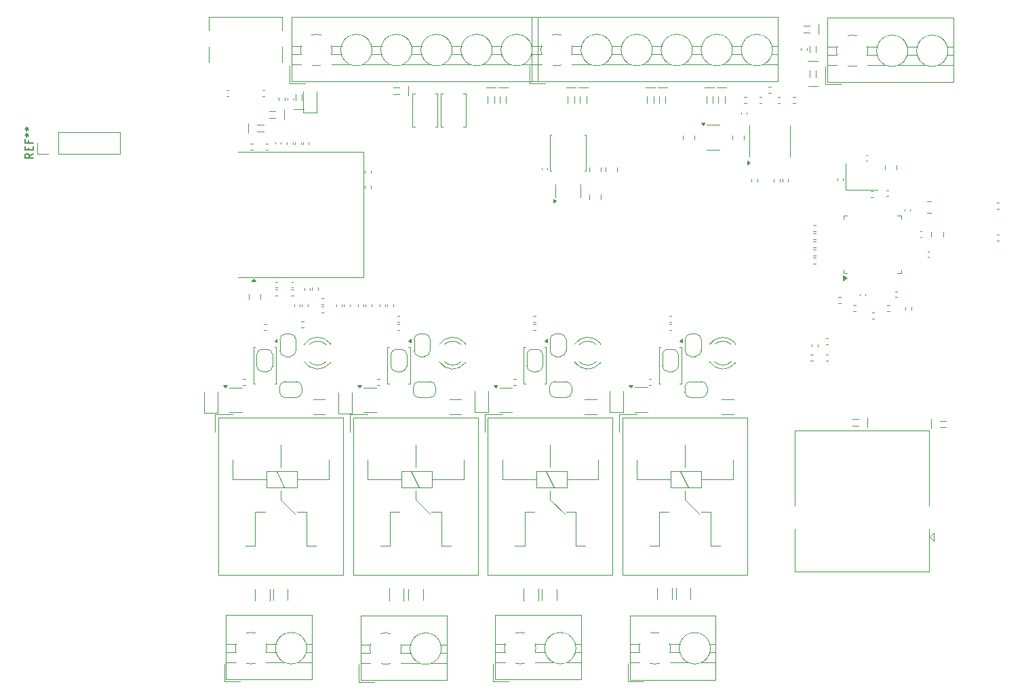
<source format=gbr>
%TF.GenerationSoftware,KiCad,Pcbnew,8.0.6-8.0.6-0~ubuntu24.04.1*%
%TF.CreationDate,2024-10-19T21:07:47+02:00*%
%TF.ProjectId,ESP_PLC,4553505f-504c-4432-9e6b-696361645f70,rev?*%
%TF.SameCoordinates,Original*%
%TF.FileFunction,Legend,Top*%
%TF.FilePolarity,Positive*%
%FSLAX46Y46*%
G04 Gerber Fmt 4.6, Leading zero omitted, Abs format (unit mm)*
G04 Created by KiCad (PCBNEW 8.0.6-8.0.6-0~ubuntu24.04.1) date 2024-10-19 21:07:47*
%MOMM*%
%LPD*%
G01*
G04 APERTURE LIST*
%ADD10C,0.150000*%
%ADD11C,0.120000*%
%ADD12C,0.100000*%
G04 APERTURE END LIST*
D10*
X116424819Y-84633333D02*
X115948628Y-84966666D01*
X116424819Y-85204761D02*
X115424819Y-85204761D01*
X115424819Y-85204761D02*
X115424819Y-84823809D01*
X115424819Y-84823809D02*
X115472438Y-84728571D01*
X115472438Y-84728571D02*
X115520057Y-84680952D01*
X115520057Y-84680952D02*
X115615295Y-84633333D01*
X115615295Y-84633333D02*
X115758152Y-84633333D01*
X115758152Y-84633333D02*
X115853390Y-84680952D01*
X115853390Y-84680952D02*
X115901009Y-84728571D01*
X115901009Y-84728571D02*
X115948628Y-84823809D01*
X115948628Y-84823809D02*
X115948628Y-85204761D01*
X115901009Y-84204761D02*
X115901009Y-83871428D01*
X116424819Y-83728571D02*
X116424819Y-84204761D01*
X116424819Y-84204761D02*
X115424819Y-84204761D01*
X115424819Y-84204761D02*
X115424819Y-83728571D01*
X115901009Y-82966666D02*
X115901009Y-83299999D01*
X116424819Y-83299999D02*
X115424819Y-83299999D01*
X115424819Y-83299999D02*
X115424819Y-82823809D01*
X115424819Y-82299999D02*
X115662914Y-82299999D01*
X115567676Y-82538094D02*
X115662914Y-82299999D01*
X115662914Y-82299999D02*
X115567676Y-82061904D01*
X115853390Y-82442856D02*
X115662914Y-82299999D01*
X115662914Y-82299999D02*
X115853390Y-82157142D01*
X115424819Y-81538094D02*
X115662914Y-81538094D01*
X115567676Y-81776189D02*
X115662914Y-81538094D01*
X115662914Y-81538094D02*
X115567676Y-81299999D01*
X115853390Y-81680951D02*
X115662914Y-81538094D01*
X115662914Y-81538094D02*
X115853390Y-81395237D01*
D11*
%TO.C,REF\u002A\u002A*%
X116970000Y-84630000D02*
X116970000Y-83300000D01*
X118300000Y-84630000D02*
X116970000Y-84630000D01*
X119570000Y-84630000D02*
X127250000Y-84630000D01*
X119570000Y-84630000D02*
X119570000Y-81970000D01*
X127250000Y-84630000D02*
X127250000Y-81970000D01*
X119570000Y-81970000D02*
X127250000Y-81970000D01*
%TO.C,R33*%
X203877064Y-117160000D02*
X202422936Y-117160000D01*
X203877064Y-115340000D02*
X202422936Y-115340000D01*
%TO.C,R32*%
X186777064Y-117160000D02*
X185322936Y-117160000D01*
X186777064Y-115340000D02*
X185322936Y-115340000D01*
%TO.C,R31*%
X152877064Y-117160000D02*
X151422936Y-117160000D01*
X152877064Y-115340000D02*
X151422936Y-115340000D01*
%TO.C,R30*%
X169877064Y-117160000D02*
X168422936Y-117160000D01*
X169877064Y-115340000D02*
X168422936Y-115340000D01*
%TO.C,R29*%
X144150000Y-140457064D02*
X144150000Y-139002936D01*
X145970000Y-140457064D02*
X145970000Y-139002936D01*
%TO.C,R28*%
X160890000Y-140427064D02*
X160890000Y-138972936D01*
X162710000Y-140427064D02*
X162710000Y-138972936D01*
%TO.C,R27*%
X194360000Y-140327064D02*
X194360000Y-138872936D01*
X196180000Y-140327064D02*
X196180000Y-138872936D01*
%TO.C,R26*%
X177690000Y-140427064D02*
X177690000Y-138972936D01*
X179510000Y-140427064D02*
X179510000Y-138972936D01*
%TO.C,C27*%
X146420000Y-140411252D02*
X146420000Y-138988748D01*
X148240000Y-140411252D02*
X148240000Y-138988748D01*
%TO.C,C26*%
X163290000Y-140411252D02*
X163290000Y-138988748D01*
X165110000Y-140411252D02*
X165110000Y-138988748D01*
%TO.C,C10*%
X196690000Y-140311252D02*
X196690000Y-138888748D01*
X198510000Y-140311252D02*
X198510000Y-138888748D01*
%TO.C,C3*%
X179990000Y-140411252D02*
X179990000Y-138988748D01*
X181810000Y-140411252D02*
X181810000Y-138988748D01*
%TO.C,JP12*%
X195700000Y-109050000D02*
X196300000Y-109050000D01*
X197000000Y-109750000D02*
X197000000Y-111150000D01*
X195000000Y-111150000D02*
X195000000Y-109750000D01*
X196300000Y-111850000D02*
X195700000Y-111850000D01*
X196300000Y-109050000D02*
G75*
G02*
X197000000Y-109750000I1J-699999D01*
G01*
X195000000Y-109750000D02*
G75*
G02*
X195700000Y-109050000I699999J1D01*
G01*
X197000000Y-111150000D02*
G75*
G02*
X196300000Y-111850000I-700000J0D01*
G01*
X195700000Y-111850000D02*
G75*
G02*
X195000000Y-111150000I0J700000D01*
G01*
%TO.C,JP11*%
X178770000Y-109050000D02*
X179370000Y-109050000D01*
X180070000Y-109750000D02*
X180070000Y-111150000D01*
X178070000Y-111150000D02*
X178070000Y-109750000D01*
X179370000Y-111850000D02*
X178770000Y-111850000D01*
X179370000Y-109050000D02*
G75*
G02*
X180070000Y-109750000I1J-699999D01*
G01*
X178070000Y-109750000D02*
G75*
G02*
X178770000Y-109050000I699999J1D01*
G01*
X180070000Y-111150000D02*
G75*
G02*
X179370000Y-111850000I-700000J0D01*
G01*
X178770000Y-111850000D02*
G75*
G02*
X178070000Y-111150000I0J700000D01*
G01*
%TO.C,JP10*%
X161800000Y-109050000D02*
X162400000Y-109050000D01*
X163100000Y-109750000D02*
X163100000Y-111150000D01*
X161100000Y-111150000D02*
X161100000Y-109750000D01*
X162400000Y-111850000D02*
X161800000Y-111850000D01*
X162400000Y-109050000D02*
G75*
G02*
X163100000Y-109750000I1J-699999D01*
G01*
X161100000Y-109750000D02*
G75*
G02*
X161800000Y-109050000I699999J1D01*
G01*
X163100000Y-111150000D02*
G75*
G02*
X162400000Y-111850000I-700000J0D01*
G01*
X161800000Y-111850000D02*
G75*
G02*
X161100000Y-111150000I0J700000D01*
G01*
%TO.C,JP9*%
X145050000Y-111850000D02*
G75*
G02*
X144350000Y-111150000I0J700000D01*
G01*
X146350000Y-111150000D02*
G75*
G02*
X145650000Y-111850000I-700000J0D01*
G01*
X144350000Y-109750000D02*
G75*
G02*
X145050000Y-109050000I699999J1D01*
G01*
X145650000Y-109050000D02*
G75*
G02*
X146350000Y-109750000I1J-699999D01*
G01*
X145650000Y-111850000D02*
X145050000Y-111850000D01*
X144350000Y-111150000D02*
X144350000Y-109750000D01*
X146350000Y-109750000D02*
X146350000Y-111150000D01*
X145050000Y-109050000D02*
X145650000Y-109050000D01*
%TO.C,K2*%
X155984166Y-117217500D02*
X155984166Y-119417500D01*
X156384166Y-117617500D02*
X156384166Y-137217500D01*
X156384166Y-137217500D02*
X171984166Y-137217500D01*
X158184166Y-117217500D02*
X155984166Y-117217500D01*
X158184166Y-125317500D02*
X158184166Y-122817500D01*
X159784166Y-133617500D02*
X160984166Y-133617500D01*
X160984166Y-129417500D02*
X162184166Y-129417500D01*
X160984166Y-133617500D02*
X160984166Y-129417500D01*
X162434166Y-124317500D02*
X162434166Y-126317500D01*
X162434166Y-125317500D02*
X158184166Y-125317500D01*
X162434166Y-126317500D02*
X166234166Y-126317500D01*
X164184166Y-121017500D02*
X164184166Y-123817500D01*
X164184166Y-127817500D02*
X164184166Y-126717500D01*
X164184166Y-127817500D02*
X165984166Y-129617500D01*
X164634166Y-126317500D02*
X163634166Y-124317500D01*
X166234166Y-124317500D02*
X162434166Y-124317500D01*
X166234166Y-125317500D02*
X170184166Y-125317500D01*
X166234166Y-126317500D02*
X166234166Y-124317500D01*
X167384166Y-129417500D02*
X166184166Y-129417500D01*
X167384166Y-133617500D02*
X167384166Y-129417500D01*
X168584166Y-133617500D02*
X167384166Y-133617500D01*
X170184166Y-125317500D02*
X170184166Y-122817500D01*
X171984166Y-117617500D02*
X156384166Y-117617500D01*
X171984166Y-137217500D02*
X171984166Y-117617500D01*
%TO.C,R19*%
X236746359Y-94720000D02*
X237053641Y-94720000D01*
X236746359Y-95480000D02*
X237053641Y-95480000D01*
%TO.C,C34*%
X146907836Y-100640000D02*
X146692164Y-100640000D01*
X146907836Y-101360000D02*
X146692164Y-101360000D01*
%TO.C,R7*%
X214153641Y-94330000D02*
X213846359Y-94330000D01*
X214153641Y-93570000D02*
X213846359Y-93570000D01*
%TO.C,C38*%
X152657836Y-102740000D02*
X152442164Y-102740000D01*
X152657836Y-103460000D02*
X152442164Y-103460000D01*
D12*
%TO.C,D31*%
X201800000Y-76400000D02*
X203000000Y-76400000D01*
X202000000Y-77500000D02*
X202000000Y-78300000D01*
X202800000Y-77500000D02*
X202800000Y-78300000D01*
%TO.C,D1*%
X149200000Y-78000000D02*
X149200000Y-77200000D01*
X150000000Y-78000000D02*
X150000000Y-77200000D01*
X150200000Y-79100000D02*
X149000000Y-79100000D01*
D11*
%TO.C,J15*%
X173890000Y-148365000D02*
X173890000Y-150555000D01*
X173890000Y-150555000D02*
X175840000Y-150555000D01*
X174130000Y-142275000D02*
X174130000Y-150315000D01*
X174130000Y-142275000D02*
X184870000Y-142275000D01*
X174130000Y-145895000D02*
X175370000Y-145895000D01*
X174130000Y-146895000D02*
X175370000Y-146895000D01*
X174130000Y-148195000D02*
X175370000Y-148195000D01*
X174130000Y-150315000D02*
X184870000Y-150315000D01*
X179130000Y-145895000D02*
X180415000Y-145895000D01*
X179130000Y-146895000D02*
X180415000Y-146895000D01*
X179130000Y-148195000D02*
X181581000Y-148195000D01*
X180764000Y-147643000D02*
X180764000Y-147643000D01*
X182920000Y-148195000D02*
X184870000Y-148195000D01*
X183737000Y-145147000D02*
X183737000Y-145147000D01*
X184086000Y-145895000D02*
X184870000Y-145895000D01*
X184086000Y-146895000D02*
X184870000Y-146895000D01*
X184870000Y-142275000D02*
X184870000Y-150315000D01*
X175374578Y-146967619D02*
G75*
G02*
X175375000Y-145821000I1875415J572619D01*
G01*
X176677381Y-144519578D02*
G75*
G02*
X177824000Y-144520000I572619J-1875422D01*
G01*
X177283500Y-148355607D02*
G75*
G02*
X176676000Y-148270000I-33500J1960607D01*
G01*
X177823049Y-148269357D02*
G75*
G02*
X177250000Y-148355000I-573049J1874357D01*
G01*
X179125422Y-145822381D02*
G75*
G02*
X179125000Y-146969000I-1875422J-572619D01*
G01*
X180684339Y-147574122D02*
G75*
G02*
X180685000Y-145215000I1565661J1179122D01*
G01*
X180684826Y-145214305D02*
G75*
G02*
X180771000Y-145108000I1564674J-1180295D01*
G01*
X180771125Y-147681294D02*
G75*
G02*
X180685001Y-147574999I1478775J1286194D01*
G01*
X180771202Y-145107988D02*
G75*
G02*
X180889000Y-144984000I1477098J-1285412D01*
G01*
X180888710Y-147805010D02*
G75*
G02*
X180770999Y-147681000I1361390J1410110D01*
G01*
X180888867Y-144984262D02*
G75*
G02*
X181017000Y-144870999I1361233J-1410838D01*
G01*
X181017069Y-147918253D02*
G75*
G02*
X180889000Y-147805000I1232831J1523153D01*
G01*
X181017452Y-144870623D02*
G75*
G02*
X181155000Y-144769000I1232548J-1524377D01*
G01*
X181154517Y-148020664D02*
G75*
G02*
X181017000Y-147919000I1095483J1625664D01*
G01*
X181183630Y-144750683D02*
G75*
G02*
X181330999Y-144663999I1065970J-1643617D01*
G01*
X181330344Y-148125739D02*
G75*
G02*
X181183000Y-148039000I921656J1734139D01*
G01*
X181422694Y-144617741D02*
G75*
G02*
X181613000Y-144541000I827306J-1777259D01*
G01*
X181612283Y-148248815D02*
G75*
G02*
X181422000Y-148172000I637717J1853815D01*
G01*
X181743681Y-144501527D02*
G75*
G02*
X182251000Y-144435001I506319J-1893473D01*
G01*
X182250479Y-148355685D02*
G75*
G02*
X181742999Y-148289004I-479J1960785D01*
G01*
X182250487Y-144434056D02*
G75*
G02*
X182758000Y-144501000I-487J-1960944D01*
G01*
X182757285Y-148288215D02*
G75*
G02*
X182250000Y-148355000I-507285J1893215D01*
G01*
X182888712Y-144541080D02*
G75*
G02*
X183079001Y-144617998I-638812J-1854220D01*
G01*
X183079295Y-148172050D02*
G75*
G02*
X182888999Y-148248998I-829395J1777350D01*
G01*
X183170652Y-144664174D02*
G75*
G02*
X183318003Y-144750996I-919752J-1729426D01*
G01*
X183318362Y-148039143D02*
G75*
G02*
X183171000Y-148126000I-1068362J1644143D01*
G01*
X183346479Y-144769249D02*
G75*
G02*
X183484002Y-144870997I-1097979J-1627851D01*
G01*
X183483457Y-147918294D02*
G75*
G02*
X183345998Y-148019997I-1231557J1520794D01*
G01*
X183483928Y-144871659D02*
G75*
G02*
X183612000Y-144985000I-1234028J-1523441D01*
G01*
X183612130Y-147805651D02*
G75*
G02*
X183484000Y-147919000I-1363630J1412351D01*
G01*
X183612286Y-144984903D02*
G75*
G02*
X183730000Y-145109000I-1362086J-1409897D01*
G01*
X183729707Y-147680928D02*
G75*
G02*
X183611999Y-147804999I-1479907J1286128D01*
G01*
X183729873Y-145108636D02*
G75*
G02*
X183816000Y-145215000I-1479373J-1285964D01*
G01*
X183815937Y-145214916D02*
G75*
G02*
X183816000Y-147575000I-1565937J-1180084D01*
G01*
X183816102Y-147574628D02*
G75*
G02*
X183730000Y-147681000I-1571402J1183928D01*
G01*
%TO.C,C42*%
X204840000Y-79682836D02*
X204840000Y-79467164D01*
X205560000Y-79682836D02*
X205560000Y-79467164D01*
%TO.C,C35*%
X148692164Y-100640000D02*
X148907836Y-100640000D01*
X148692164Y-101360000D02*
X148907836Y-101360000D01*
%TO.C,R106*%
X176713641Y-112820000D02*
X176406359Y-112820000D01*
X176713641Y-113580000D02*
X176406359Y-113580000D01*
%TO.C,K3*%
X172800832Y-117217500D02*
X172800832Y-119417500D01*
X173200832Y-117617500D02*
X173200832Y-137217500D01*
X173200832Y-137217500D02*
X188800832Y-137217500D01*
X175000832Y-117217500D02*
X172800832Y-117217500D01*
X175000832Y-125317500D02*
X175000832Y-122817500D01*
X176600832Y-133617500D02*
X177800832Y-133617500D01*
X177800832Y-129417500D02*
X179000832Y-129417500D01*
X177800832Y-133617500D02*
X177800832Y-129417500D01*
X179250832Y-124317500D02*
X179250832Y-126317500D01*
X179250832Y-125317500D02*
X175000832Y-125317500D01*
X179250832Y-126317500D02*
X183050832Y-126317500D01*
X181000832Y-121017500D02*
X181000832Y-123817500D01*
X181000832Y-127817500D02*
X181000832Y-126717500D01*
X181000832Y-127817500D02*
X182800832Y-129617500D01*
X181450832Y-126317500D02*
X180450832Y-124317500D01*
X183050832Y-124317500D02*
X179250832Y-124317500D01*
X183050832Y-125317500D02*
X187000832Y-125317500D01*
X183050832Y-126317500D02*
X183050832Y-124317500D01*
X184200832Y-129417500D02*
X183000832Y-129417500D01*
X184200832Y-133617500D02*
X184200832Y-129417500D01*
X185400832Y-133617500D02*
X184200832Y-133617500D01*
X187000832Y-125317500D02*
X187000832Y-122817500D01*
X188800832Y-117617500D02*
X173200832Y-117617500D01*
X188800832Y-137217500D02*
X188800832Y-117617500D01*
%TO.C,J1*%
X211500000Y-119195000D02*
X211500000Y-128595000D01*
X211500000Y-136795000D02*
X211500000Y-131495000D01*
X228300000Y-119195000D02*
X211500000Y-119195000D01*
X228300000Y-119295000D02*
X228300000Y-128595000D01*
X228300000Y-136795000D02*
X211500000Y-136795000D01*
X228300000Y-136795000D02*
X228300000Y-131495000D01*
X228350000Y-132495000D02*
X228850000Y-132995000D01*
X228850000Y-131995000D02*
X228350000Y-132495000D01*
X228850000Y-132995000D02*
X228850000Y-131995000D01*
%TO.C,SW1*%
X163780000Y-81270000D02*
X163780000Y-77130000D01*
X164080000Y-81270000D02*
X163780000Y-81270000D01*
X166920000Y-81270000D02*
X166620000Y-81270000D01*
X163780000Y-77130000D02*
X164080000Y-77130000D01*
X166620000Y-77130000D02*
X166920000Y-77130000D01*
X166920000Y-77130000D02*
X166920000Y-81270000D01*
D12*
%TO.C,D27*%
X184500000Y-76400000D02*
X185700000Y-76400000D01*
X184700000Y-77500000D02*
X184700000Y-78300000D01*
X185500000Y-77500000D02*
X185500000Y-78300000D01*
%TO.C,D8*%
X219500000Y-117800000D02*
X218700000Y-117800000D01*
X219500000Y-118600000D02*
X218700000Y-118600000D01*
X220600000Y-117600000D02*
X220600000Y-118800000D01*
D11*
%TO.C,R104*%
X142953641Y-112820000D02*
X142646359Y-112820000D01*
X142953641Y-113580000D02*
X142646359Y-113580000D01*
%TO.C,D40*%
X156250000Y-117110000D02*
X156250000Y-114450000D01*
X154550000Y-117110000D02*
X156250000Y-117110000D01*
X154550000Y-117110000D02*
X154550000Y-114450000D01*
%TO.C,R73*%
X161430000Y-103446359D02*
X161430000Y-103753641D01*
X160670000Y-103446359D02*
X160670000Y-103753641D01*
%TO.C,C20*%
X215447164Y-107740000D02*
X215662836Y-107740000D01*
X215447164Y-108460000D02*
X215662836Y-108460000D01*
%TO.C,R16*%
X213501359Y-109720000D02*
X213808641Y-109720000D01*
X213501359Y-110480000D02*
X213808641Y-110480000D01*
%TO.C,R96*%
X212320000Y-71753641D02*
X212320000Y-71446359D01*
X213080000Y-71753641D02*
X213080000Y-71446359D01*
%TO.C,JP4*%
X149300000Y-115100000D02*
X147900000Y-115100000D01*
X147200000Y-114400000D02*
X147200000Y-113800000D01*
X150000000Y-113800000D02*
X150000000Y-114400000D01*
X147900000Y-113100000D02*
X149300000Y-113100000D01*
X147900000Y-115100000D02*
G75*
G02*
X147200000Y-114400000I-1J699999D01*
G01*
X150000000Y-114400000D02*
G75*
G02*
X149300000Y-115100000I-700000J0D01*
G01*
X147200000Y-113800000D02*
G75*
G02*
X147900000Y-113100000I699999J1D01*
G01*
X149300000Y-113100000D02*
G75*
G02*
X150000000Y-113800000I0J-700000D01*
G01*
%TO.C,R100*%
X150203641Y-105620000D02*
X149896359Y-105620000D01*
X150203641Y-106380000D02*
X149896359Y-106380000D01*
%TO.C,Q8*%
X191037500Y-113840000D02*
X190797500Y-113510000D01*
X191277500Y-113510000D01*
X191037500Y-113840000D01*
G36*
X191037500Y-113840000D02*
G01*
X190797500Y-113510000D01*
X191277500Y-113510000D01*
X191037500Y-113840000D01*
G37*
X192337500Y-116910000D02*
X193137500Y-116910000D01*
X192337500Y-116910000D02*
X191537500Y-116910000D01*
X192337500Y-113790000D02*
X193137500Y-113790000D01*
X192337500Y-113790000D02*
X191537500Y-113790000D01*
D12*
%TO.C,D34*%
X213400000Y-68700000D02*
X212600000Y-68700000D01*
X213400000Y-69500000D02*
X212600000Y-69500000D01*
X214500000Y-68500000D02*
X214500000Y-69700000D01*
D11*
%TO.C,R93*%
X208920000Y-88153641D02*
X208920000Y-87846359D01*
X209680000Y-88153641D02*
X209680000Y-87846359D01*
%TO.C,U8*%
X146775000Y-108790000D02*
X146560000Y-108790000D01*
X143955000Y-108790000D02*
X144170000Y-108790000D01*
X146775000Y-111100000D02*
X146775000Y-108790000D01*
X146775000Y-111100000D02*
X146775000Y-113410000D01*
X143955000Y-111100000D02*
X143955000Y-108790000D01*
X143955000Y-111100000D02*
X143955000Y-113410000D01*
X146775000Y-113410000D02*
X146560000Y-113410000D01*
X143955000Y-113410000D02*
X144170000Y-113410000D01*
X146890000Y-108240000D02*
X146560000Y-108000000D01*
X146890000Y-107760000D01*
X146890000Y-108240000D01*
G36*
X146890000Y-108240000D02*
G01*
X146560000Y-108000000D01*
X146890000Y-107760000D01*
X146890000Y-108240000D01*
G37*
%TO.C,R1*%
X143536359Y-83420000D02*
X143843641Y-83420000D01*
X143536359Y-84180000D02*
X143843641Y-84180000D01*
%TO.C,U7*%
X180495000Y-108790000D02*
X180280000Y-108790000D01*
X177675000Y-108790000D02*
X177890000Y-108790000D01*
X180495000Y-111100000D02*
X180495000Y-108790000D01*
X180495000Y-111100000D02*
X180495000Y-113410000D01*
X177675000Y-111100000D02*
X177675000Y-108790000D01*
X177675000Y-111100000D02*
X177675000Y-113410000D01*
X180495000Y-113410000D02*
X180280000Y-113410000D01*
X177675000Y-113410000D02*
X177890000Y-113410000D01*
X180610000Y-108240000D02*
X180280000Y-108000000D01*
X180610000Y-107760000D01*
X180610000Y-108240000D01*
G36*
X180610000Y-108240000D02*
G01*
X180280000Y-108000000D01*
X180610000Y-107760000D01*
X180610000Y-108240000D01*
G37*
%TO.C,R92*%
X209970000Y-88153641D02*
X209970000Y-87846359D01*
X210730000Y-88153641D02*
X210730000Y-87846359D01*
%TO.C,K1*%
X139167500Y-117217500D02*
X139167500Y-119417500D01*
X139567500Y-117617500D02*
X139567500Y-137217500D01*
X139567500Y-137217500D02*
X155167500Y-137217500D01*
X141367500Y-117217500D02*
X139167500Y-117217500D01*
X141367500Y-125317500D02*
X141367500Y-122817500D01*
X142967500Y-133617500D02*
X144167500Y-133617500D01*
X144167500Y-129417500D02*
X145367500Y-129417500D01*
X144167500Y-133617500D02*
X144167500Y-129417500D01*
X145617500Y-124317500D02*
X145617500Y-126317500D01*
X145617500Y-125317500D02*
X141367500Y-125317500D01*
X145617500Y-126317500D02*
X149417500Y-126317500D01*
X147367500Y-121017500D02*
X147367500Y-123817500D01*
X147367500Y-127817500D02*
X147367500Y-126717500D01*
X147367500Y-127817500D02*
X149167500Y-129617500D01*
X147817500Y-126317500D02*
X146817500Y-124317500D01*
X149417500Y-124317500D02*
X145617500Y-124317500D01*
X149417500Y-125317500D02*
X153367500Y-125317500D01*
X149417500Y-126317500D02*
X149417500Y-124317500D01*
X150567500Y-129417500D02*
X149367500Y-129417500D01*
X150567500Y-133617500D02*
X150567500Y-129417500D01*
X151767500Y-133617500D02*
X150567500Y-133617500D01*
X153367500Y-125317500D02*
X153367500Y-122817500D01*
X155167500Y-117617500D02*
X139567500Y-117617500D01*
X155167500Y-137217500D02*
X155167500Y-117617500D01*
%TO.C,R102*%
X179163641Y-104920000D02*
X178856359Y-104920000D01*
X179163641Y-105680000D02*
X178856359Y-105680000D01*
%TO.C,R107*%
X193603641Y-113530000D02*
X193296359Y-113530000D01*
X193603641Y-112770000D02*
X193296359Y-112770000D01*
%TO.C,C17*%
X220392164Y-84810000D02*
X220607836Y-84810000D01*
X220392164Y-85530000D02*
X220607836Y-85530000D01*
D12*
%TO.C,D24*%
X173000000Y-76400000D02*
X174200000Y-76400000D01*
X173200000Y-77500000D02*
X173200000Y-78300000D01*
X174000000Y-77500000D02*
X174000000Y-78300000D01*
D11*
%TO.C,JP3*%
X163900000Y-114400000D02*
X163900000Y-113800000D01*
X164600000Y-113100000D02*
X166000000Y-113100000D01*
X166000000Y-115100000D02*
X164600000Y-115100000D01*
X166700000Y-113800000D02*
X166700000Y-114400000D01*
X163900000Y-113800000D02*
G75*
G02*
X164600000Y-113100000I699999J1D01*
G01*
X164600000Y-115100000D02*
G75*
G02*
X163900000Y-114400000I-1J699999D01*
G01*
X166000000Y-113100000D02*
G75*
G02*
X166700000Y-113800000I0J-700000D01*
G01*
X166700000Y-114400000D02*
G75*
G02*
X166000000Y-115100000I-700000J0D01*
G01*
%TO.C,D36*%
X170381666Y-108470000D02*
X170381666Y-108314000D01*
X170381666Y-110786000D02*
X170381666Y-110630000D01*
X167780536Y-108470163D02*
G75*
G02*
X169862627Y-108470000I1041130J-1079837D01*
G01*
X167149331Y-108471392D02*
G75*
G02*
X170381666Y-108314484I1672335J-1078608D01*
G01*
X169862627Y-110630000D02*
G75*
G02*
X167780536Y-110629837I-1040961J1080000D01*
G01*
X170381666Y-110785516D02*
G75*
G02*
X167149331Y-110628608I-1560000J1235516D01*
G01*
%TO.C,R101*%
X162203641Y-104920000D02*
X161896359Y-104920000D01*
X162203641Y-105680000D02*
X161896359Y-105680000D01*
%TO.C,J13*%
X140290000Y-148365000D02*
X140290000Y-150555000D01*
X140290000Y-150555000D02*
X142240000Y-150555000D01*
X140530000Y-142275000D02*
X140530000Y-150315000D01*
X140530000Y-142275000D02*
X151270000Y-142275000D01*
X140530000Y-145895000D02*
X141770000Y-145895000D01*
X140530000Y-146895000D02*
X141770000Y-146895000D01*
X140530000Y-148195000D02*
X141770000Y-148195000D01*
X140530000Y-150315000D02*
X151270000Y-150315000D01*
X145530000Y-145895000D02*
X146815000Y-145895000D01*
X145530000Y-146895000D02*
X146815000Y-146895000D01*
X145530000Y-148195000D02*
X147981000Y-148195000D01*
X147164000Y-147643000D02*
X147164000Y-147643000D01*
X149320000Y-148195000D02*
X151270000Y-148195000D01*
X150137000Y-145147000D02*
X150137000Y-145147000D01*
X150486000Y-145895000D02*
X151270000Y-145895000D01*
X150486000Y-146895000D02*
X151270000Y-146895000D01*
X151270000Y-142275000D02*
X151270000Y-150315000D01*
X141774578Y-146967619D02*
G75*
G02*
X141775000Y-145821000I1875415J572619D01*
G01*
X143077381Y-144519578D02*
G75*
G02*
X144224000Y-144520000I572619J-1875422D01*
G01*
X143683500Y-148355607D02*
G75*
G02*
X143076000Y-148270000I-33500J1960607D01*
G01*
X144223049Y-148269357D02*
G75*
G02*
X143650000Y-148355000I-573049J1874357D01*
G01*
X145525422Y-145822381D02*
G75*
G02*
X145525000Y-146969000I-1875422J-572619D01*
G01*
X147084339Y-147574122D02*
G75*
G02*
X147085000Y-145215000I1565661J1179122D01*
G01*
X147084826Y-145214305D02*
G75*
G02*
X147171000Y-145108000I1564674J-1180295D01*
G01*
X147171125Y-147681294D02*
G75*
G02*
X147085001Y-147574999I1478775J1286194D01*
G01*
X147171202Y-145107988D02*
G75*
G02*
X147289000Y-144984000I1477098J-1285412D01*
G01*
X147288710Y-147805010D02*
G75*
G02*
X147170999Y-147681000I1361390J1410110D01*
G01*
X147288867Y-144984262D02*
G75*
G02*
X147417000Y-144870999I1361233J-1410838D01*
G01*
X147417069Y-147918253D02*
G75*
G02*
X147289000Y-147805000I1232831J1523153D01*
G01*
X147417452Y-144870623D02*
G75*
G02*
X147555000Y-144769000I1232548J-1524377D01*
G01*
X147554517Y-148020664D02*
G75*
G02*
X147417000Y-147919000I1095483J1625664D01*
G01*
X147583630Y-144750683D02*
G75*
G02*
X147730999Y-144663999I1065970J-1643617D01*
G01*
X147730344Y-148125739D02*
G75*
G02*
X147583000Y-148039000I921656J1734139D01*
G01*
X147822694Y-144617741D02*
G75*
G02*
X148013000Y-144541000I827306J-1777259D01*
G01*
X148012283Y-148248815D02*
G75*
G02*
X147822000Y-148172000I637717J1853815D01*
G01*
X148143681Y-144501527D02*
G75*
G02*
X148651000Y-144435001I506319J-1893473D01*
G01*
X148650479Y-148355685D02*
G75*
G02*
X148142999Y-148289004I-479J1960785D01*
G01*
X148650487Y-144434056D02*
G75*
G02*
X149158000Y-144501000I-487J-1960944D01*
G01*
X149157285Y-148288215D02*
G75*
G02*
X148650000Y-148355000I-507285J1893215D01*
G01*
X149288712Y-144541080D02*
G75*
G02*
X149479001Y-144617998I-638812J-1854220D01*
G01*
X149479295Y-148172050D02*
G75*
G02*
X149288999Y-148248998I-829395J1777350D01*
G01*
X149570652Y-144664174D02*
G75*
G02*
X149718003Y-144750996I-919752J-1729426D01*
G01*
X149718362Y-148039143D02*
G75*
G02*
X149571000Y-148126000I-1068362J1644143D01*
G01*
X149746479Y-144769249D02*
G75*
G02*
X149884002Y-144870997I-1097979J-1627851D01*
G01*
X149883457Y-147918294D02*
G75*
G02*
X149745998Y-148019997I-1231557J1520794D01*
G01*
X149883928Y-144871659D02*
G75*
G02*
X150012000Y-144985000I-1234028J-1523441D01*
G01*
X150012130Y-147805651D02*
G75*
G02*
X149884000Y-147919000I-1363630J1412351D01*
G01*
X150012286Y-144984903D02*
G75*
G02*
X150130000Y-145109000I-1362086J-1409897D01*
G01*
X150129707Y-147680928D02*
G75*
G02*
X150011999Y-147804999I-1479907J1286128D01*
G01*
X150129873Y-145108636D02*
G75*
G02*
X150216000Y-145215000I-1479373J-1285964D01*
G01*
X150215937Y-145214916D02*
G75*
G02*
X150216000Y-147575000I-1565937J-1180084D01*
G01*
X150216102Y-147574628D02*
G75*
G02*
X150130000Y-147681000I-1571402J1183928D01*
G01*
%TO.C,C37*%
X150290000Y-101442164D02*
X150290000Y-101657836D01*
X151010000Y-101442164D02*
X151010000Y-101657836D01*
%TO.C,R71*%
X155270000Y-103446359D02*
X155270000Y-103753641D01*
X156030000Y-103446359D02*
X156030000Y-103753641D01*
%TO.C,C23*%
X146640000Y-83427836D02*
X146640000Y-83212164D01*
X147360000Y-83427836D02*
X147360000Y-83212164D01*
%TO.C,R24*%
X145246359Y-105920000D02*
X145553641Y-105920000D01*
X145246359Y-106680000D02*
X145553641Y-106680000D01*
%TO.C,R99*%
X205503641Y-77520000D02*
X205196359Y-77520000D01*
X205503641Y-78280000D02*
X205196359Y-78280000D01*
%TO.C,C41*%
X160410000Y-103492164D02*
X160410000Y-103707836D01*
X159690000Y-103492164D02*
X159690000Y-103707836D01*
%TO.C,R66*%
X146953641Y-101620000D02*
X146646359Y-101620000D01*
X146953641Y-102380000D02*
X146646359Y-102380000D01*
%TO.C,C24*%
X157890000Y-87027836D02*
X157890000Y-86812164D01*
X158610000Y-87027836D02*
X158610000Y-86812164D01*
D12*
%TO.C,D2*%
X146700000Y-79350000D02*
X145900000Y-79350000D01*
X146700000Y-80150000D02*
X145900000Y-80150000D01*
X147800000Y-79150000D02*
X147800000Y-80350000D01*
D11*
%TO.C,R90*%
X211603641Y-77520000D02*
X211296359Y-77520000D01*
X211603641Y-78280000D02*
X211296359Y-78280000D01*
%TO.C,J3*%
X138370000Y-67590000D02*
X147530000Y-67590000D01*
X138370000Y-69295000D02*
X138370000Y-67590000D01*
X138370000Y-71305000D02*
X138370000Y-73225000D01*
X147530000Y-67590000D02*
X147530000Y-69295000D01*
X147530000Y-73225000D02*
X147530000Y-71305000D01*
D12*
%TO.C,D25*%
X174500000Y-76400000D02*
X175700000Y-76400000D01*
X174700000Y-77500000D02*
X174700000Y-78300000D01*
X175500000Y-77500000D02*
X175500000Y-78300000D01*
D11*
%TO.C,D39*%
X139450000Y-117010000D02*
X139450000Y-114350000D01*
X137750000Y-117010000D02*
X139450000Y-117010000D01*
X137750000Y-117010000D02*
X137750000Y-114350000D01*
%TO.C,R13*%
X213856359Y-97620000D02*
X214163641Y-97620000D01*
X213856359Y-98380000D02*
X214163641Y-98380000D01*
%TO.C,R9*%
X223353641Y-103520000D02*
X223046359Y-103520000D01*
X223353641Y-104280000D02*
X223046359Y-104280000D01*
%TO.C,R8*%
X221453641Y-104520000D02*
X221146359Y-104520000D01*
X221453641Y-105280000D02*
X221146359Y-105280000D01*
%TO.C,U9*%
X163510000Y-108790000D02*
X163295000Y-108790000D01*
X160690000Y-108790000D02*
X160905000Y-108790000D01*
X163510000Y-111100000D02*
X163510000Y-108790000D01*
X163510000Y-111100000D02*
X163510000Y-113410000D01*
X160690000Y-111100000D02*
X160690000Y-108790000D01*
X160690000Y-111100000D02*
X160690000Y-113410000D01*
X163510000Y-113410000D02*
X163295000Y-113410000D01*
X160690000Y-113410000D02*
X160905000Y-113410000D01*
X163625000Y-108240000D02*
X163295000Y-108000000D01*
X163625000Y-107760000D01*
X163625000Y-108240000D01*
G36*
X163625000Y-108240000D02*
G01*
X163295000Y-108000000D01*
X163625000Y-107760000D01*
X163625000Y-108240000D01*
G37*
%TO.C,JP8*%
X199150000Y-109950000D02*
X198550000Y-109950000D01*
X197850000Y-109250000D02*
X197850000Y-107850000D01*
X199850000Y-107850000D02*
X199850000Y-109250000D01*
X198550000Y-107150000D02*
X199150000Y-107150000D01*
X198550000Y-109950000D02*
G75*
G02*
X197850000Y-109250000I-1J699999D01*
G01*
X199850000Y-109250000D02*
G75*
G02*
X199150000Y-109950000I-699999J-1D01*
G01*
X197850000Y-107850000D02*
G75*
G02*
X198550000Y-107150000I700000J0D01*
G01*
X199150000Y-107150000D02*
G75*
G02*
X199850000Y-107850000I0J-700000D01*
G01*
%TO.C,SW2*%
X167330000Y-81270000D02*
X167330000Y-77130000D01*
X167630000Y-81270000D02*
X167330000Y-81270000D01*
X170470000Y-81270000D02*
X170170000Y-81270000D01*
X167330000Y-77130000D02*
X167630000Y-77130000D01*
X170170000Y-77130000D02*
X170470000Y-77130000D01*
X170470000Y-77130000D02*
X170470000Y-81270000D01*
%TO.C,D5*%
X150150000Y-79510000D02*
X150150000Y-76850000D01*
X150150000Y-79510000D02*
X151850000Y-79510000D01*
X151850000Y-79510000D02*
X151850000Y-76850000D01*
D12*
%TO.C,D26*%
X183000000Y-76400000D02*
X184200000Y-76400000D01*
X183200000Y-77500000D02*
X183200000Y-78300000D01*
X184000000Y-77500000D02*
X184000000Y-78300000D01*
D11*
%TO.C,R95*%
X208553641Y-76320000D02*
X208246359Y-76320000D01*
X208553641Y-77080000D02*
X208246359Y-77080000D01*
%TO.C,R21*%
X158630000Y-88666359D02*
X158630000Y-88973641D01*
X157870000Y-88666359D02*
X157870000Y-88973641D01*
%TO.C,R20*%
X148120000Y-83503641D02*
X148120000Y-83196359D01*
X148880000Y-83503641D02*
X148880000Y-83196359D01*
%TO.C,R68*%
X149970000Y-103446359D02*
X149970000Y-103753641D01*
X150730000Y-103446359D02*
X150730000Y-103753641D01*
%TO.C,Y1*%
X217900000Y-85820000D02*
X217900000Y-89120000D01*
X217900000Y-89120000D02*
X221900000Y-89120000D01*
%TO.C,C11*%
X222765000Y-86631252D02*
X222765000Y-86108748D01*
X224235000Y-86631252D02*
X224235000Y-86108748D01*
%TO.C,R4*%
X140853641Y-76720000D02*
X140546359Y-76720000D01*
X140853641Y-77480000D02*
X140546359Y-77480000D01*
D12*
%TO.C,D30*%
X200300000Y-76400000D02*
X201500000Y-76400000D01*
X200500000Y-77500000D02*
X200500000Y-78300000D01*
X201300000Y-77500000D02*
X201300000Y-78300000D01*
%TO.C,D7*%
X228550000Y-119000000D02*
X228550000Y-117800000D01*
X229650000Y-118000000D02*
X230450000Y-118000000D01*
X229650000Y-118800000D02*
X230450000Y-118800000D01*
D11*
%TO.C,D35*%
X153515000Y-108470000D02*
X153515000Y-108314000D01*
X153515000Y-110786000D02*
X153515000Y-110630000D01*
X150913870Y-108470163D02*
G75*
G02*
X152995961Y-108470000I1041130J-1079837D01*
G01*
X150282665Y-108471392D02*
G75*
G02*
X153515000Y-108314484I1672335J-1078608D01*
G01*
X152995961Y-110630000D02*
G75*
G02*
X150913870Y-110629837I-1040961J1080000D01*
G01*
X153515000Y-110785516D02*
G75*
G02*
X150282665Y-110628608I-1560000J1235516D01*
G01*
%TO.C,C7*%
X185865000Y-86911252D02*
X185865000Y-86388748D01*
X187335000Y-86911252D02*
X187335000Y-86388748D01*
%TO.C,D37*%
X187248332Y-108470000D02*
X187248332Y-108314000D01*
X187248332Y-110786000D02*
X187248332Y-110630000D01*
X184647202Y-108470163D02*
G75*
G02*
X186729293Y-108470000I1041130J-1079837D01*
G01*
X184015997Y-108471392D02*
G75*
G02*
X187248332Y-108314484I1672335J-1078608D01*
G01*
X186729293Y-110630000D02*
G75*
G02*
X184647202Y-110629837I-1040961J1080000D01*
G01*
X187248332Y-110785516D02*
G75*
G02*
X184015997Y-110628608I-1560000J1235516D01*
G01*
%TO.C,J12*%
X215340000Y-73770000D02*
X215340000Y-75960000D01*
X215340000Y-75960000D02*
X217290000Y-75960000D01*
X215580000Y-67680000D02*
X215580000Y-75720000D01*
X215580000Y-67680000D02*
X231320000Y-67680000D01*
X215580000Y-71300000D02*
X216820000Y-71300000D01*
X215580000Y-72300000D02*
X216820000Y-72300000D01*
X215580000Y-73600000D02*
X216820000Y-73600000D01*
X215580000Y-75720000D02*
X231320000Y-75720000D01*
X220580000Y-71300000D02*
X221865000Y-71300000D01*
X220580000Y-72300000D02*
X221865000Y-72300000D01*
X220580000Y-73600000D02*
X223031000Y-73600000D01*
X222214000Y-73048000D02*
X222214000Y-73048000D01*
X224370000Y-73600000D02*
X228031000Y-73600000D01*
X225187000Y-70552000D02*
X225187000Y-70552000D01*
X225536000Y-71300000D02*
X226865000Y-71300000D01*
X225536000Y-72300000D02*
X226865000Y-72300000D01*
X227214000Y-73048000D02*
X227214000Y-73048000D01*
X229370000Y-73600000D02*
X231320000Y-73600000D01*
X230187000Y-70552000D02*
X230187000Y-70552000D01*
X230536000Y-71300000D02*
X231320000Y-71300000D01*
X230536000Y-72300000D02*
X231320000Y-72300000D01*
X231320000Y-67680000D02*
X231320000Y-75720000D01*
X216824578Y-72372619D02*
G75*
G02*
X216825000Y-71226000I1875415J572619D01*
G01*
X218127381Y-69924578D02*
G75*
G02*
X219274000Y-69925000I572619J-1875422D01*
G01*
X218733500Y-73760607D02*
G75*
G02*
X218126000Y-73675000I-33500J1960607D01*
G01*
X219273049Y-73674357D02*
G75*
G02*
X218700000Y-73760000I-573049J1874357D01*
G01*
X220575422Y-71227381D02*
G75*
G02*
X220575000Y-72374000I-1875422J-572619D01*
G01*
X222134339Y-72979122D02*
G75*
G02*
X222135000Y-70620000I1565661J1179122D01*
G01*
X222134826Y-70619305D02*
G75*
G02*
X222221000Y-70513000I1564674J-1180295D01*
G01*
X222221125Y-73086294D02*
G75*
G02*
X222135001Y-72979999I1478775J1286194D01*
G01*
X222221202Y-70512988D02*
G75*
G02*
X222339000Y-70389000I1477098J-1285412D01*
G01*
X222338710Y-73210010D02*
G75*
G02*
X222220999Y-73086000I1361390J1410110D01*
G01*
X222338867Y-70389262D02*
G75*
G02*
X222467000Y-70275999I1361233J-1410838D01*
G01*
X222467069Y-73323253D02*
G75*
G02*
X222339000Y-73210000I1232831J1523153D01*
G01*
X222467452Y-70275623D02*
G75*
G02*
X222605000Y-70174000I1232548J-1524377D01*
G01*
X222604517Y-73425664D02*
G75*
G02*
X222467000Y-73324000I1095483J1625664D01*
G01*
X222633630Y-70155683D02*
G75*
G02*
X222780999Y-70068999I1065970J-1643617D01*
G01*
X222780344Y-73530739D02*
G75*
G02*
X222633000Y-73444000I921656J1734139D01*
G01*
X222872694Y-70022741D02*
G75*
G02*
X223063000Y-69946000I827306J-1777259D01*
G01*
X223062283Y-73653815D02*
G75*
G02*
X222872000Y-73577000I637717J1853815D01*
G01*
X223193681Y-69906527D02*
G75*
G02*
X223701000Y-69840001I506319J-1893473D01*
G01*
X223700479Y-73760685D02*
G75*
G02*
X223192999Y-73694004I-479J1960785D01*
G01*
X223700487Y-69839056D02*
G75*
G02*
X224208000Y-69906000I-487J-1960944D01*
G01*
X224207285Y-73693215D02*
G75*
G02*
X223700000Y-73760000I-507285J1893215D01*
G01*
X224338712Y-69946080D02*
G75*
G02*
X224529001Y-70022998I-638812J-1854220D01*
G01*
X224529295Y-73577050D02*
G75*
G02*
X224338999Y-73653998I-829395J1777350D01*
G01*
X224620652Y-70069174D02*
G75*
G02*
X224768003Y-70155996I-919752J-1729426D01*
G01*
X224768362Y-73444143D02*
G75*
G02*
X224621000Y-73531000I-1068362J1644143D01*
G01*
X224796479Y-70174249D02*
G75*
G02*
X224934002Y-70275997I-1097979J-1627851D01*
G01*
X224933457Y-73323294D02*
G75*
G02*
X224795998Y-73424997I-1231557J1520794D01*
G01*
X224933928Y-70276659D02*
G75*
G02*
X225062000Y-70390000I-1234028J-1523441D01*
G01*
X225062130Y-73210651D02*
G75*
G02*
X224934000Y-73324000I-1363630J1412351D01*
G01*
X225062286Y-70389903D02*
G75*
G02*
X225180000Y-70514000I-1362086J-1409897D01*
G01*
X225179707Y-73085928D02*
G75*
G02*
X225061999Y-73209999I-1479907J1286128D01*
G01*
X225179873Y-70513636D02*
G75*
G02*
X225266000Y-70620000I-1479373J-1285964D01*
G01*
X225265937Y-70619916D02*
G75*
G02*
X225266000Y-72980000I-1565937J-1180084D01*
G01*
X225266102Y-72979628D02*
G75*
G02*
X225180000Y-73086000I-1571402J1183928D01*
G01*
X227134339Y-72979122D02*
G75*
G02*
X227135000Y-70620000I1565661J1179122D01*
G01*
X227134826Y-70619305D02*
G75*
G02*
X227221000Y-70513000I1564674J-1180295D01*
G01*
X227221125Y-73086294D02*
G75*
G02*
X227135001Y-72979999I1478775J1286194D01*
G01*
X227221202Y-70512988D02*
G75*
G02*
X227339000Y-70389000I1477098J-1285412D01*
G01*
X227338710Y-73210010D02*
G75*
G02*
X227220999Y-73086000I1361390J1410110D01*
G01*
X227338867Y-70389262D02*
G75*
G02*
X227467000Y-70275999I1361233J-1410838D01*
G01*
X227467069Y-73323253D02*
G75*
G02*
X227339000Y-73210000I1232831J1523153D01*
G01*
X227467452Y-70275623D02*
G75*
G02*
X227605000Y-70174000I1232548J-1524377D01*
G01*
X227604517Y-73425664D02*
G75*
G02*
X227467000Y-73324000I1095483J1625664D01*
G01*
X227633630Y-70155683D02*
G75*
G02*
X227780999Y-70068999I1065970J-1643617D01*
G01*
X227780344Y-73530739D02*
G75*
G02*
X227633000Y-73444000I921656J1734139D01*
G01*
X227872694Y-70022741D02*
G75*
G02*
X228063000Y-69946000I827306J-1777259D01*
G01*
X228062283Y-73653815D02*
G75*
G02*
X227872000Y-73577000I637717J1853815D01*
G01*
X228193681Y-69906527D02*
G75*
G02*
X228701000Y-69840001I506319J-1893473D01*
G01*
X228700479Y-73760685D02*
G75*
G02*
X228192999Y-73694004I-479J1960785D01*
G01*
X228700487Y-69839056D02*
G75*
G02*
X229208000Y-69906000I-487J-1960944D01*
G01*
X229207285Y-73693215D02*
G75*
G02*
X228700000Y-73760000I-507285J1893215D01*
G01*
X229338712Y-69946080D02*
G75*
G02*
X229529001Y-70022998I-638812J-1854220D01*
G01*
X229529295Y-73577050D02*
G75*
G02*
X229338999Y-73653998I-829395J1777350D01*
G01*
X229620652Y-70069174D02*
G75*
G02*
X229768003Y-70155996I-919752J-1729426D01*
G01*
X229768362Y-73444143D02*
G75*
G02*
X229621000Y-73531000I-1068362J1644143D01*
G01*
X229796479Y-70174249D02*
G75*
G02*
X229934002Y-70275997I-1097979J-1627851D01*
G01*
X229933457Y-73323294D02*
G75*
G02*
X229795998Y-73424997I-1231557J1520794D01*
G01*
X229933928Y-70276659D02*
G75*
G02*
X230062000Y-70390000I-1234028J-1523441D01*
G01*
X230062130Y-73210651D02*
G75*
G02*
X229934000Y-73324000I-1363630J1412351D01*
G01*
X230062286Y-70389903D02*
G75*
G02*
X230180000Y-70514000I-1362086J-1409897D01*
G01*
X230179707Y-73085928D02*
G75*
G02*
X230061999Y-73209999I-1479907J1286128D01*
G01*
X230179873Y-70513636D02*
G75*
G02*
X230266000Y-70620000I-1479373J-1285964D01*
G01*
X230265937Y-70619916D02*
G75*
G02*
X230266000Y-72980000I-1565937J-1180084D01*
G01*
X230266102Y-72979628D02*
G75*
G02*
X230180000Y-73086000I-1571402J1183928D01*
G01*
D12*
%TO.C,D9*%
X163300000Y-76200000D02*
X163300000Y-77400000D01*
X162200000Y-77200000D02*
X161400000Y-77200000D01*
X162200000Y-76400000D02*
X161400000Y-76400000D01*
%TO.C,D29*%
X194400000Y-76400000D02*
X195600000Y-76400000D01*
X194600000Y-77500000D02*
X194600000Y-78300000D01*
X195400000Y-77500000D02*
X195400000Y-78300000D01*
D11*
%TO.C,R103*%
X196153641Y-105680000D02*
X195846359Y-105680000D01*
X196153641Y-104920000D02*
X195846359Y-104920000D01*
D12*
%TO.C,D33*%
X213375000Y-72000000D02*
X213375000Y-71200000D01*
X214175000Y-72000000D02*
X214175000Y-71200000D01*
X214375000Y-73100000D02*
X213175000Y-73100000D01*
D11*
%TO.C,C21*%
X215447164Y-109740000D02*
X215662836Y-109740000D01*
X215447164Y-110460000D02*
X215662836Y-110460000D01*
%TO.C,U5*%
X197395000Y-108790000D02*
X197180000Y-108790000D01*
X194575000Y-108790000D02*
X194790000Y-108790000D01*
X197395000Y-111100000D02*
X197395000Y-108790000D01*
X197395000Y-111100000D02*
X197395000Y-113410000D01*
X194575000Y-111100000D02*
X194575000Y-108790000D01*
X194575000Y-111100000D02*
X194575000Y-113410000D01*
X197395000Y-113410000D02*
X197180000Y-113410000D01*
X194575000Y-113410000D02*
X194790000Y-113410000D01*
X197510000Y-108240000D02*
X197180000Y-108000000D01*
X197510000Y-107760000D01*
X197510000Y-108240000D01*
G36*
X197510000Y-108240000D02*
G01*
X197180000Y-108000000D01*
X197510000Y-107760000D01*
X197510000Y-108240000D01*
G37*
%TO.C,JP2*%
X180900000Y-114400000D02*
X180900000Y-113800000D01*
X181600000Y-113100000D02*
X183000000Y-113100000D01*
X183000000Y-115100000D02*
X181600000Y-115100000D01*
X183700000Y-113800000D02*
X183700000Y-114400000D01*
X180900000Y-113800000D02*
G75*
G02*
X181600000Y-113100000I699999J1D01*
G01*
X181600000Y-115100000D02*
G75*
G02*
X180900000Y-114400000I-1J699999D01*
G01*
X183000000Y-113100000D02*
G75*
G02*
X183700000Y-113800000I0J-700000D01*
G01*
X183700000Y-114400000D02*
G75*
G02*
X183000000Y-115100000I-700000J0D01*
G01*
%TO.C,R6*%
X216946359Y-102520000D02*
X217253641Y-102520000D01*
X216946359Y-103280000D02*
X217253641Y-103280000D01*
%TO.C,Q6*%
X158462500Y-113840000D02*
X157662500Y-113840000D01*
X158462500Y-113840000D02*
X159262500Y-113840000D01*
X158462500Y-116960000D02*
X157662500Y-116960000D01*
X158462500Y-116960000D02*
X159262500Y-116960000D01*
X157162500Y-113890000D02*
X156922500Y-113560000D01*
X157402500Y-113560000D01*
X157162500Y-113890000D01*
G36*
X157162500Y-113890000D02*
G01*
X156922500Y-113560000D01*
X157402500Y-113560000D01*
X157162500Y-113890000D01*
G37*
%TO.C,C13*%
X224092164Y-101840000D02*
X224307836Y-101840000D01*
X224092164Y-102560000D02*
X224307836Y-102560000D01*
%TO.C,C12*%
X228561252Y-90565000D02*
X228038748Y-90565000D01*
X228561252Y-92035000D02*
X228038748Y-92035000D01*
%TO.C,C40*%
X156990000Y-103492164D02*
X156990000Y-103707836D01*
X157710000Y-103492164D02*
X157710000Y-103707836D01*
%TO.C,R14*%
X221046359Y-89290000D02*
X221353641Y-89290000D01*
X221046359Y-90050000D02*
X221353641Y-90050000D01*
%TO.C,C1*%
X145707836Y-83440000D02*
X145492164Y-83440000D01*
X145707836Y-84160000D02*
X145492164Y-84160000D01*
%TO.C,C15*%
X227192164Y-94340000D02*
X227407836Y-94340000D01*
X227192164Y-95060000D02*
X227407836Y-95060000D01*
%TO.C,C25*%
X197532500Y-82363748D02*
X197532500Y-82886252D01*
X199002500Y-82363748D02*
X199002500Y-82886252D01*
%TO.C,R67*%
X148646359Y-101620000D02*
X148953641Y-101620000D01*
X148646359Y-102380000D02*
X148953641Y-102380000D01*
%TO.C,Q5*%
X141700000Y-113840000D02*
X140900000Y-113840000D01*
X141700000Y-113840000D02*
X142500000Y-113840000D01*
X141700000Y-116960000D02*
X140900000Y-116960000D01*
X141700000Y-116960000D02*
X142500000Y-116960000D01*
X140400000Y-113890000D02*
X140160000Y-113560000D01*
X140640000Y-113560000D01*
X140400000Y-113890000D01*
G36*
X140400000Y-113890000D02*
G01*
X140160000Y-113560000D01*
X140640000Y-113560000D01*
X140400000Y-113890000D01*
G37*
%TO.C,R12*%
X213846359Y-96620000D02*
X214153641Y-96620000D01*
X213846359Y-97380000D02*
X214153641Y-97380000D01*
%TO.C,C4*%
X148240000Y-77917836D02*
X148240000Y-77702164D01*
X148960000Y-77917836D02*
X148960000Y-77702164D01*
%TO.C,C14*%
X219640000Y-102192164D02*
X219640000Y-102407836D01*
X220360000Y-102192164D02*
X220360000Y-102407836D01*
%TO.C,R97*%
X207403641Y-77520000D02*
X207096359Y-77520000D01*
X207403641Y-78280000D02*
X207096359Y-78280000D01*
%TO.C,C9*%
X222992164Y-89240000D02*
X223207836Y-89240000D01*
X222992164Y-89960000D02*
X223207836Y-89960000D01*
%TO.C,Q7*%
X175462500Y-113840000D02*
X174662500Y-113840000D01*
X175462500Y-113840000D02*
X176262500Y-113840000D01*
X175462500Y-116960000D02*
X174662500Y-116960000D01*
X175462500Y-116960000D02*
X176262500Y-116960000D01*
X174162500Y-113890000D02*
X173922500Y-113560000D01*
X174402500Y-113560000D01*
X174162500Y-113890000D01*
G36*
X174162500Y-113890000D02*
G01*
X173922500Y-113560000D01*
X174402500Y-113560000D01*
X174162500Y-113890000D01*
G37*
%TO.C,R2*%
X218846359Y-103520000D02*
X219153641Y-103520000D01*
X218846359Y-104280000D02*
X219153641Y-104280000D01*
%TO.C,R11*%
X213846359Y-95620000D02*
X214153641Y-95620000D01*
X213846359Y-96380000D02*
X214153641Y-96380000D01*
%TO.C,R70*%
X152703641Y-103720000D02*
X152396359Y-103720000D01*
X152703641Y-104480000D02*
X152396359Y-104480000D01*
%TO.C,C5*%
X179950000Y-86657836D02*
X179950000Y-86442164D01*
X180670000Y-86657836D02*
X180670000Y-86442164D01*
%TO.C,R91*%
X209703641Y-77520000D02*
X209396359Y-77520000D01*
X209703641Y-78280000D02*
X209396359Y-78280000D01*
%TO.C,C44*%
X150140000Y-83457836D02*
X150140000Y-83242164D01*
X150860000Y-83457836D02*
X150860000Y-83242164D01*
%TO.C,J9*%
X148440000Y-73670000D02*
X148440000Y-75860000D01*
X148440000Y-75860000D02*
X150390000Y-75860000D01*
X148680000Y-67580000D02*
X148680000Y-75620000D01*
X148680000Y-67580000D02*
X179420000Y-67580000D01*
X148680000Y-71200000D02*
X149920000Y-71200000D01*
X148680000Y-72200000D02*
X149920000Y-72200000D01*
X148680000Y-73500000D02*
X149920000Y-73500000D01*
X148680000Y-75620000D02*
X179420000Y-75620000D01*
X153680000Y-71200000D02*
X154965000Y-71200000D01*
X153680000Y-72200000D02*
X154965000Y-72200000D01*
X153680000Y-73500000D02*
X156131000Y-73500000D01*
X155314000Y-72948000D02*
X155314000Y-72948000D01*
X157470000Y-73500000D02*
X161131000Y-73500000D01*
X158287000Y-70452000D02*
X158287000Y-70452000D01*
X158636000Y-71200000D02*
X159965000Y-71200000D01*
X158636000Y-72200000D02*
X159965000Y-72200000D01*
X160314000Y-72948000D02*
X160314000Y-72948000D01*
X162470000Y-73500000D02*
X166131000Y-73500000D01*
X163287000Y-70452000D02*
X163287000Y-70452000D01*
X163636000Y-71200000D02*
X164965000Y-71200000D01*
X163636000Y-72200000D02*
X164965000Y-72200000D01*
X165314000Y-72948000D02*
X165314000Y-72948000D01*
X167470000Y-73500000D02*
X171131000Y-73500000D01*
X168287000Y-70452000D02*
X168287000Y-70452000D01*
X168636000Y-71200000D02*
X169965000Y-71200000D01*
X168636000Y-72200000D02*
X169965000Y-72200000D01*
X170314000Y-72948000D02*
X170314000Y-72948000D01*
X172470000Y-73500000D02*
X176131000Y-73500000D01*
X173287000Y-70452000D02*
X173287000Y-70452000D01*
X173636000Y-71200000D02*
X174965000Y-71200000D01*
X173636000Y-72200000D02*
X174965000Y-72200000D01*
X175314000Y-72948000D02*
X175314000Y-72948000D01*
X177470000Y-73500000D02*
X179420000Y-73500000D01*
X178287000Y-70452000D02*
X178287000Y-70452000D01*
X178636000Y-71200000D02*
X179420000Y-71200000D01*
X178636000Y-72200000D02*
X179420000Y-72200000D01*
X179420000Y-67580000D02*
X179420000Y-75620000D01*
X149924578Y-72272619D02*
G75*
G02*
X149925000Y-71126000I1875415J572619D01*
G01*
X151227381Y-69824578D02*
G75*
G02*
X152374000Y-69825000I572619J-1875422D01*
G01*
X151833500Y-73660607D02*
G75*
G02*
X151226000Y-73575000I-33500J1960607D01*
G01*
X152373049Y-73574357D02*
G75*
G02*
X151800000Y-73660000I-573049J1874357D01*
G01*
X153675422Y-71127381D02*
G75*
G02*
X153675000Y-72274000I-1875422J-572619D01*
G01*
X155234339Y-72879122D02*
G75*
G02*
X155235000Y-70520000I1565661J1179122D01*
G01*
X155234826Y-70519305D02*
G75*
G02*
X155321000Y-70413000I1564674J-1180295D01*
G01*
X155321125Y-72986294D02*
G75*
G02*
X155235001Y-72879999I1478775J1286194D01*
G01*
X155321202Y-70412988D02*
G75*
G02*
X155439000Y-70289000I1477098J-1285412D01*
G01*
X155438710Y-73110010D02*
G75*
G02*
X155320999Y-72986000I1361390J1410110D01*
G01*
X155438867Y-70289262D02*
G75*
G02*
X155567000Y-70175999I1361233J-1410838D01*
G01*
X155567069Y-73223253D02*
G75*
G02*
X155439000Y-73110000I1232831J1523153D01*
G01*
X155567452Y-70175623D02*
G75*
G02*
X155705000Y-70074000I1232548J-1524377D01*
G01*
X155704517Y-73325664D02*
G75*
G02*
X155567000Y-73224000I1095483J1625664D01*
G01*
X155733630Y-70055683D02*
G75*
G02*
X155880999Y-69968999I1065970J-1643617D01*
G01*
X155880344Y-73430739D02*
G75*
G02*
X155733000Y-73344000I921656J1734139D01*
G01*
X155972694Y-69922741D02*
G75*
G02*
X156163000Y-69846000I827306J-1777259D01*
G01*
X156162283Y-73553815D02*
G75*
G02*
X155972000Y-73477000I637717J1853815D01*
G01*
X156293681Y-69806527D02*
G75*
G02*
X156801000Y-69740001I506319J-1893473D01*
G01*
X156800479Y-73660685D02*
G75*
G02*
X156292999Y-73594004I-479J1960785D01*
G01*
X156800487Y-69739056D02*
G75*
G02*
X157308000Y-69806000I-487J-1960944D01*
G01*
X157307285Y-73593215D02*
G75*
G02*
X156800000Y-73660000I-507285J1893215D01*
G01*
X157438712Y-69846080D02*
G75*
G02*
X157629001Y-69922998I-638812J-1854220D01*
G01*
X157629295Y-73477050D02*
G75*
G02*
X157438999Y-73553998I-829395J1777350D01*
G01*
X157720652Y-69969174D02*
G75*
G02*
X157868003Y-70055996I-919752J-1729426D01*
G01*
X157868362Y-73344143D02*
G75*
G02*
X157721000Y-73431000I-1068362J1644143D01*
G01*
X157896479Y-70074249D02*
G75*
G02*
X158034002Y-70175997I-1097979J-1627851D01*
G01*
X158033457Y-73223294D02*
G75*
G02*
X157895998Y-73324997I-1231557J1520794D01*
G01*
X158033928Y-70176659D02*
G75*
G02*
X158162000Y-70290000I-1234028J-1523441D01*
G01*
X158162130Y-73110651D02*
G75*
G02*
X158034000Y-73224000I-1363630J1412351D01*
G01*
X158162286Y-70289903D02*
G75*
G02*
X158280000Y-70414000I-1362086J-1409897D01*
G01*
X158279707Y-72985928D02*
G75*
G02*
X158161999Y-73109999I-1479907J1286128D01*
G01*
X158279873Y-70413636D02*
G75*
G02*
X158366000Y-70520000I-1479373J-1285964D01*
G01*
X158365937Y-70519916D02*
G75*
G02*
X158366000Y-72880000I-1565937J-1180084D01*
G01*
X158366102Y-72879628D02*
G75*
G02*
X158280000Y-72986000I-1571402J1183928D01*
G01*
X160234339Y-72879122D02*
G75*
G02*
X160235000Y-70520000I1565661J1179122D01*
G01*
X160234826Y-70519305D02*
G75*
G02*
X160321000Y-70413000I1564674J-1180295D01*
G01*
X160321125Y-72986294D02*
G75*
G02*
X160235001Y-72879999I1478775J1286194D01*
G01*
X160321202Y-70412988D02*
G75*
G02*
X160439000Y-70289000I1477098J-1285412D01*
G01*
X160438710Y-73110010D02*
G75*
G02*
X160320999Y-72986000I1361390J1410110D01*
G01*
X160438867Y-70289262D02*
G75*
G02*
X160567000Y-70175999I1361233J-1410838D01*
G01*
X160567069Y-73223253D02*
G75*
G02*
X160439000Y-73110000I1232831J1523153D01*
G01*
X160567452Y-70175623D02*
G75*
G02*
X160705000Y-70074000I1232548J-1524377D01*
G01*
X160704517Y-73325664D02*
G75*
G02*
X160567000Y-73224000I1095483J1625664D01*
G01*
X160733630Y-70055683D02*
G75*
G02*
X160880999Y-69968999I1065970J-1643617D01*
G01*
X160880344Y-73430739D02*
G75*
G02*
X160733000Y-73344000I921656J1734139D01*
G01*
X160972694Y-69922741D02*
G75*
G02*
X161163000Y-69846000I827306J-1777259D01*
G01*
X161162283Y-73553815D02*
G75*
G02*
X160972000Y-73477000I637717J1853815D01*
G01*
X161293681Y-69806527D02*
G75*
G02*
X161801000Y-69740001I506319J-1893473D01*
G01*
X161800479Y-73660685D02*
G75*
G02*
X161292999Y-73594004I-479J1960785D01*
G01*
X161800487Y-69739056D02*
G75*
G02*
X162308000Y-69806000I-487J-1960944D01*
G01*
X162307285Y-73593215D02*
G75*
G02*
X161800000Y-73660000I-507285J1893215D01*
G01*
X162438712Y-69846080D02*
G75*
G02*
X162629001Y-69922998I-638812J-1854220D01*
G01*
X162629295Y-73477050D02*
G75*
G02*
X162438999Y-73553998I-829395J1777350D01*
G01*
X162720652Y-69969174D02*
G75*
G02*
X162868003Y-70055996I-919752J-1729426D01*
G01*
X162868362Y-73344143D02*
G75*
G02*
X162721000Y-73431000I-1068362J1644143D01*
G01*
X162896479Y-70074249D02*
G75*
G02*
X163034002Y-70175997I-1097979J-1627851D01*
G01*
X163033457Y-73223294D02*
G75*
G02*
X162895998Y-73324997I-1231557J1520794D01*
G01*
X163033928Y-70176659D02*
G75*
G02*
X163162000Y-70290000I-1234028J-1523441D01*
G01*
X163162130Y-73110651D02*
G75*
G02*
X163034000Y-73224000I-1363630J1412351D01*
G01*
X163162286Y-70289903D02*
G75*
G02*
X163280000Y-70414000I-1362086J-1409897D01*
G01*
X163279707Y-72985928D02*
G75*
G02*
X163161999Y-73109999I-1479907J1286128D01*
G01*
X163279873Y-70413636D02*
G75*
G02*
X163366000Y-70520000I-1479373J-1285964D01*
G01*
X163365937Y-70519916D02*
G75*
G02*
X163366000Y-72880000I-1565937J-1180084D01*
G01*
X163366102Y-72879628D02*
G75*
G02*
X163280000Y-72986000I-1571402J1183928D01*
G01*
X165234339Y-72879122D02*
G75*
G02*
X165235000Y-70520000I1565661J1179122D01*
G01*
X165234826Y-70519305D02*
G75*
G02*
X165321000Y-70413000I1564674J-1180295D01*
G01*
X165321125Y-72986294D02*
G75*
G02*
X165235001Y-72879999I1478775J1286194D01*
G01*
X165321202Y-70412988D02*
G75*
G02*
X165439000Y-70289000I1477098J-1285412D01*
G01*
X165438710Y-73110010D02*
G75*
G02*
X165320999Y-72986000I1361390J1410110D01*
G01*
X165438867Y-70289262D02*
G75*
G02*
X165567000Y-70175999I1361233J-1410838D01*
G01*
X165567069Y-73223253D02*
G75*
G02*
X165439000Y-73110000I1232831J1523153D01*
G01*
X165567452Y-70175623D02*
G75*
G02*
X165705000Y-70074000I1232548J-1524377D01*
G01*
X165704517Y-73325664D02*
G75*
G02*
X165567000Y-73224000I1095483J1625664D01*
G01*
X165733630Y-70055683D02*
G75*
G02*
X165880999Y-69968999I1065970J-1643617D01*
G01*
X165880344Y-73430739D02*
G75*
G02*
X165733000Y-73344000I921656J1734139D01*
G01*
X165972694Y-69922741D02*
G75*
G02*
X166163000Y-69846000I827306J-1777259D01*
G01*
X166162283Y-73553815D02*
G75*
G02*
X165972000Y-73477000I637717J1853815D01*
G01*
X166293681Y-69806527D02*
G75*
G02*
X166801000Y-69740001I506319J-1893473D01*
G01*
X166800479Y-73660685D02*
G75*
G02*
X166292999Y-73594004I-479J1960785D01*
G01*
X166800487Y-69739056D02*
G75*
G02*
X167308000Y-69806000I-487J-1960944D01*
G01*
X167307285Y-73593215D02*
G75*
G02*
X166800000Y-73660000I-507285J1893215D01*
G01*
X167438712Y-69846080D02*
G75*
G02*
X167629001Y-69922998I-638812J-1854220D01*
G01*
X167629295Y-73477050D02*
G75*
G02*
X167438999Y-73553998I-829395J1777350D01*
G01*
X167720652Y-69969174D02*
G75*
G02*
X167868003Y-70055996I-919752J-1729426D01*
G01*
X167868362Y-73344143D02*
G75*
G02*
X167721000Y-73431000I-1068362J1644143D01*
G01*
X167896479Y-70074249D02*
G75*
G02*
X168034002Y-70175997I-1097979J-1627851D01*
G01*
X168033457Y-73223294D02*
G75*
G02*
X167895998Y-73324997I-1231557J1520794D01*
G01*
X168033928Y-70176659D02*
G75*
G02*
X168162000Y-70290000I-1234028J-1523441D01*
G01*
X168162130Y-73110651D02*
G75*
G02*
X168034000Y-73224000I-1363630J1412351D01*
G01*
X168162286Y-70289903D02*
G75*
G02*
X168280000Y-70414000I-1362086J-1409897D01*
G01*
X168279707Y-72985928D02*
G75*
G02*
X168161999Y-73109999I-1479907J1286128D01*
G01*
X168279873Y-70413636D02*
G75*
G02*
X168366000Y-70520000I-1479373J-1285964D01*
G01*
X168365937Y-70519916D02*
G75*
G02*
X168366000Y-72880000I-1565937J-1180084D01*
G01*
X168366102Y-72879628D02*
G75*
G02*
X168280000Y-72986000I-1571402J1183928D01*
G01*
X170234339Y-72879122D02*
G75*
G02*
X170235000Y-70520000I1565661J1179122D01*
G01*
X170234826Y-70519305D02*
G75*
G02*
X170321000Y-70413000I1564674J-1180295D01*
G01*
X170321125Y-72986294D02*
G75*
G02*
X170235001Y-72879999I1478775J1286194D01*
G01*
X170321202Y-70412988D02*
G75*
G02*
X170439000Y-70289000I1477098J-1285412D01*
G01*
X170438710Y-73110010D02*
G75*
G02*
X170320999Y-72986000I1361390J1410110D01*
G01*
X170438867Y-70289262D02*
G75*
G02*
X170567000Y-70175999I1361233J-1410838D01*
G01*
X170567069Y-73223253D02*
G75*
G02*
X170439000Y-73110000I1232831J1523153D01*
G01*
X170567452Y-70175623D02*
G75*
G02*
X170705000Y-70074000I1232548J-1524377D01*
G01*
X170704517Y-73325664D02*
G75*
G02*
X170567000Y-73224000I1095483J1625664D01*
G01*
X170733630Y-70055683D02*
G75*
G02*
X170880999Y-69968999I1065970J-1643617D01*
G01*
X170880344Y-73430739D02*
G75*
G02*
X170733000Y-73344000I921656J1734139D01*
G01*
X170972694Y-69922741D02*
G75*
G02*
X171163000Y-69846000I827306J-1777259D01*
G01*
X171162283Y-73553815D02*
G75*
G02*
X170972000Y-73477000I637717J1853815D01*
G01*
X171293681Y-69806527D02*
G75*
G02*
X171801000Y-69740001I506319J-1893473D01*
G01*
X171800479Y-73660685D02*
G75*
G02*
X171292999Y-73594004I-479J1960785D01*
G01*
X171800487Y-69739056D02*
G75*
G02*
X172308000Y-69806000I-487J-1960944D01*
G01*
X172307285Y-73593215D02*
G75*
G02*
X171800000Y-73660000I-507285J1893215D01*
G01*
X172438712Y-69846080D02*
G75*
G02*
X172629001Y-69922998I-638812J-1854220D01*
G01*
X172629295Y-73477050D02*
G75*
G02*
X172438999Y-73553998I-829395J1777350D01*
G01*
X172720652Y-69969174D02*
G75*
G02*
X172868003Y-70055996I-919752J-1729426D01*
G01*
X172868362Y-73344143D02*
G75*
G02*
X172721000Y-73431000I-1068362J1644143D01*
G01*
X172896479Y-70074249D02*
G75*
G02*
X173034002Y-70175997I-1097979J-1627851D01*
G01*
X173033457Y-73223294D02*
G75*
G02*
X172895998Y-73324997I-1231557J1520794D01*
G01*
X173033928Y-70176659D02*
G75*
G02*
X173162000Y-70290000I-1234028J-1523441D01*
G01*
X173162130Y-73110651D02*
G75*
G02*
X173034000Y-73224000I-1363630J1412351D01*
G01*
X173162286Y-70289903D02*
G75*
G02*
X173280000Y-70414000I-1362086J-1409897D01*
G01*
X173279707Y-72985928D02*
G75*
G02*
X173161999Y-73109999I-1479907J1286128D01*
G01*
X173279873Y-70413636D02*
G75*
G02*
X173366000Y-70520000I-1479373J-1285964D01*
G01*
X173365937Y-70519916D02*
G75*
G02*
X173366000Y-72880000I-1565937J-1180084D01*
G01*
X173366102Y-72879628D02*
G75*
G02*
X173280000Y-72986000I-1571402J1183928D01*
G01*
X175234339Y-72879122D02*
G75*
G02*
X175235000Y-70520000I1565661J1179122D01*
G01*
X175234826Y-70519305D02*
G75*
G02*
X175321000Y-70413000I1564674J-1180295D01*
G01*
X175321125Y-72986294D02*
G75*
G02*
X175235001Y-72879999I1478775J1286194D01*
G01*
X175321202Y-70412988D02*
G75*
G02*
X175439000Y-70289000I1477098J-1285412D01*
G01*
X175438710Y-73110010D02*
G75*
G02*
X175320999Y-72986000I1361390J1410110D01*
G01*
X175438867Y-70289262D02*
G75*
G02*
X175567000Y-70175999I1361233J-1410838D01*
G01*
X175567069Y-73223253D02*
G75*
G02*
X175439000Y-73110000I1232831J1523153D01*
G01*
X175567452Y-70175623D02*
G75*
G02*
X175705000Y-70074000I1232548J-1524377D01*
G01*
X175704517Y-73325664D02*
G75*
G02*
X175567000Y-73224000I1095483J1625664D01*
G01*
X175733630Y-70055683D02*
G75*
G02*
X175880999Y-69968999I1065970J-1643617D01*
G01*
X175880344Y-73430739D02*
G75*
G02*
X175733000Y-73344000I921656J1734139D01*
G01*
X175972694Y-69922741D02*
G75*
G02*
X176163000Y-69846000I827306J-1777259D01*
G01*
X176162283Y-73553815D02*
G75*
G02*
X175972000Y-73477000I637717J1853815D01*
G01*
X176293681Y-69806527D02*
G75*
G02*
X176801000Y-69740001I506319J-1893473D01*
G01*
X176800479Y-73660685D02*
G75*
G02*
X176292999Y-73594004I-479J1960785D01*
G01*
X176800487Y-69739056D02*
G75*
G02*
X177308000Y-69806000I-487J-1960944D01*
G01*
X177307285Y-73593215D02*
G75*
G02*
X176800000Y-73660000I-507285J1893215D01*
G01*
X177438712Y-69846080D02*
G75*
G02*
X177629001Y-69922998I-638812J-1854220D01*
G01*
X177629295Y-73477050D02*
G75*
G02*
X177438999Y-73553998I-829395J1777350D01*
G01*
X177720652Y-69969174D02*
G75*
G02*
X177868003Y-70055996I-919752J-1729426D01*
G01*
X177868362Y-73344143D02*
G75*
G02*
X177721000Y-73431000I-1068362J1644143D01*
G01*
X177896479Y-70074249D02*
G75*
G02*
X178034002Y-70175997I-1097979J-1627851D01*
G01*
X178033457Y-73223294D02*
G75*
G02*
X177895998Y-73324997I-1231557J1520794D01*
G01*
X178033928Y-70176659D02*
G75*
G02*
X178162000Y-70290000I-1234028J-1523441D01*
G01*
X178162130Y-73110651D02*
G75*
G02*
X178034000Y-73224000I-1363630J1412351D01*
G01*
X178162286Y-70289903D02*
G75*
G02*
X178280000Y-70414000I-1362086J-1409897D01*
G01*
X178279707Y-72985928D02*
G75*
G02*
X178161999Y-73109999I-1479907J1286128D01*
G01*
X178279873Y-70413636D02*
G75*
G02*
X178366000Y-70520000I-1479373J-1285964D01*
G01*
X178365937Y-70519916D02*
G75*
G02*
X178366000Y-72880000I-1565937J-1180084D01*
G01*
X178366102Y-72879628D02*
G75*
G02*
X178280000Y-72986000I-1571402J1183928D01*
G01*
%TO.C,R105*%
X159703641Y-112820000D02*
X159396359Y-112820000D01*
X159703641Y-113580000D02*
X159396359Y-113580000D01*
%TO.C,L1*%
X180950000Y-82290000D02*
X181150000Y-82290000D01*
X180950000Y-86810000D02*
X180950000Y-82290000D01*
X180950000Y-86810000D02*
X181150000Y-86810000D01*
X185470000Y-82290000D02*
X185270000Y-82290000D01*
X185470000Y-86810000D02*
X185270000Y-86810000D01*
X185470000Y-86810000D02*
X185470000Y-82290000D01*
%TO.C,C36*%
X149040000Y-103492164D02*
X149040000Y-103707836D01*
X149760000Y-103492164D02*
X149760000Y-103707836D01*
%TO.C,C22*%
X225240000Y-91807836D02*
X225240000Y-91592164D01*
X225960000Y-91807836D02*
X225960000Y-91592164D01*
%TO.C,R69*%
X151270000Y-101346359D02*
X151270000Y-101653641D01*
X152030000Y-101346359D02*
X152030000Y-101653641D01*
%TO.C,R17*%
X236746359Y-90740000D02*
X237053641Y-90740000D01*
X236746359Y-91500000D02*
X237053641Y-91500000D01*
%TO.C,C16*%
X228307836Y-96840000D02*
X228092164Y-96840000D01*
X228307836Y-97560000D02*
X228092164Y-97560000D01*
%TO.C,J14*%
X157090000Y-148415000D02*
X157090000Y-150605000D01*
X157090000Y-150605000D02*
X159040000Y-150605000D01*
X157330000Y-142325000D02*
X157330000Y-150365000D01*
X157330000Y-142325000D02*
X168070000Y-142325000D01*
X157330000Y-145945000D02*
X158570000Y-145945000D01*
X157330000Y-146945000D02*
X158570000Y-146945000D01*
X157330000Y-148245000D02*
X158570000Y-148245000D01*
X157330000Y-150365000D02*
X168070000Y-150365000D01*
X162330000Y-145945000D02*
X163615000Y-145945000D01*
X162330000Y-146945000D02*
X163615000Y-146945000D01*
X162330000Y-148245000D02*
X164781000Y-148245000D01*
X163964000Y-147693000D02*
X163964000Y-147693000D01*
X166120000Y-148245000D02*
X168070000Y-148245000D01*
X166937000Y-145197000D02*
X166937000Y-145197000D01*
X167286000Y-145945000D02*
X168070000Y-145945000D01*
X167286000Y-146945000D02*
X168070000Y-146945000D01*
X168070000Y-142325000D02*
X168070000Y-150365000D01*
X158574578Y-147017619D02*
G75*
G02*
X158575000Y-145871000I1875415J572619D01*
G01*
X159877381Y-144569578D02*
G75*
G02*
X161024000Y-144570000I572619J-1875422D01*
G01*
X160483500Y-148405607D02*
G75*
G02*
X159876000Y-148320000I-33500J1960607D01*
G01*
X161023049Y-148319357D02*
G75*
G02*
X160450000Y-148405000I-573049J1874357D01*
G01*
X162325422Y-145872381D02*
G75*
G02*
X162325000Y-147019000I-1875422J-572619D01*
G01*
X163884339Y-147624122D02*
G75*
G02*
X163885000Y-145265000I1565661J1179122D01*
G01*
X163884826Y-145264305D02*
G75*
G02*
X163971000Y-145158000I1564674J-1180295D01*
G01*
X163971125Y-147731294D02*
G75*
G02*
X163885001Y-147624999I1478775J1286194D01*
G01*
X163971202Y-145157988D02*
G75*
G02*
X164089000Y-145034000I1477098J-1285412D01*
G01*
X164088710Y-147855010D02*
G75*
G02*
X163970999Y-147731000I1361390J1410110D01*
G01*
X164088867Y-145034262D02*
G75*
G02*
X164217000Y-144920999I1361233J-1410838D01*
G01*
X164217069Y-147968253D02*
G75*
G02*
X164089000Y-147855000I1232831J1523153D01*
G01*
X164217452Y-144920623D02*
G75*
G02*
X164355000Y-144819000I1232548J-1524377D01*
G01*
X164354517Y-148070664D02*
G75*
G02*
X164217000Y-147969000I1095483J1625664D01*
G01*
X164383630Y-144800683D02*
G75*
G02*
X164530999Y-144713999I1065970J-1643617D01*
G01*
X164530344Y-148175739D02*
G75*
G02*
X164383000Y-148089000I921656J1734139D01*
G01*
X164622694Y-144667741D02*
G75*
G02*
X164813000Y-144591000I827306J-1777259D01*
G01*
X164812283Y-148298815D02*
G75*
G02*
X164622000Y-148222000I637717J1853815D01*
G01*
X164943681Y-144551527D02*
G75*
G02*
X165451000Y-144485001I506319J-1893473D01*
G01*
X165450479Y-148405685D02*
G75*
G02*
X164942999Y-148339004I-479J1960785D01*
G01*
X165450487Y-144484056D02*
G75*
G02*
X165958000Y-144551000I-487J-1960944D01*
G01*
X165957285Y-148338215D02*
G75*
G02*
X165450000Y-148405000I-507285J1893215D01*
G01*
X166088712Y-144591080D02*
G75*
G02*
X166279001Y-144667998I-638812J-1854220D01*
G01*
X166279295Y-148222050D02*
G75*
G02*
X166088999Y-148298998I-829395J1777350D01*
G01*
X166370652Y-144714174D02*
G75*
G02*
X166518003Y-144800996I-919752J-1729426D01*
G01*
X166518362Y-148089143D02*
G75*
G02*
X166371000Y-148176000I-1068362J1644143D01*
G01*
X166546479Y-144819249D02*
G75*
G02*
X166684002Y-144920997I-1097979J-1627851D01*
G01*
X166683457Y-147968294D02*
G75*
G02*
X166545998Y-148069997I-1231557J1520794D01*
G01*
X166683928Y-144921659D02*
G75*
G02*
X166812000Y-145035000I-1234028J-1523441D01*
G01*
X166812130Y-147855651D02*
G75*
G02*
X166684000Y-147969000I-1363630J1412351D01*
G01*
X166812286Y-145034903D02*
G75*
G02*
X166930000Y-145159000I-1362086J-1409897D01*
G01*
X166929707Y-147730928D02*
G75*
G02*
X166811999Y-147854999I-1479907J1286128D01*
G01*
X166929873Y-145158636D02*
G75*
G02*
X167016000Y-145265000I-1479373J-1285964D01*
G01*
X167015937Y-145264916D02*
G75*
G02*
X167016000Y-147625000I-1565937J-1180084D01*
G01*
X167016102Y-147624628D02*
G75*
G02*
X166930000Y-147731000I-1571402J1183928D01*
G01*
%TO.C,C19*%
X228565000Y-94961252D02*
X228565000Y-94438748D01*
X230035000Y-94961252D02*
X230035000Y-94438748D01*
%TO.C,D38*%
X204115000Y-108470000D02*
X204115000Y-108314000D01*
X204115000Y-110786000D02*
X204115000Y-110630000D01*
X201513870Y-108470163D02*
G75*
G02*
X203595961Y-108470000I1041130J-1079837D01*
G01*
X200882665Y-108471392D02*
G75*
G02*
X204115000Y-108314484I1672335J-1078608D01*
G01*
X203595961Y-110630000D02*
G75*
G02*
X201513870Y-110629837I-1040961J1080000D01*
G01*
X204115000Y-110785516D02*
G75*
G02*
X200882665Y-110628608I-1560000J1235516D01*
G01*
%TO.C,C39*%
X154290000Y-103492164D02*
X154290000Y-103707836D01*
X155010000Y-103492164D02*
X155010000Y-103707836D01*
%TO.C,D41*%
X173250000Y-116960000D02*
X173250000Y-114300000D01*
X171550000Y-116960000D02*
X173250000Y-116960000D01*
X171550000Y-116960000D02*
X171550000Y-114300000D01*
%TO.C,R94*%
X206120000Y-88153641D02*
X206120000Y-87846359D01*
X206880000Y-88153641D02*
X206880000Y-87846359D01*
%TO.C,C18*%
X216840000Y-87977836D02*
X216840000Y-87762164D01*
X217560000Y-87977836D02*
X217560000Y-87762164D01*
%TO.C,U3*%
X181650000Y-89250000D02*
X181650000Y-88450000D01*
X181650000Y-89250000D02*
X181650000Y-90050000D01*
X184770000Y-89250000D02*
X184770000Y-88450000D01*
X184770000Y-89250000D02*
X184770000Y-90050000D01*
X181700000Y-90550000D02*
X181370000Y-90790000D01*
X181370000Y-90310000D01*
X181700000Y-90550000D01*
G36*
X181700000Y-90550000D02*
G01*
X181370000Y-90790000D01*
X181370000Y-90310000D01*
X181700000Y-90550000D01*
G37*
%TO.C,J16*%
X190690000Y-148382500D02*
X190690000Y-150572500D01*
X190690000Y-150572500D02*
X192640000Y-150572500D01*
X190930000Y-142292500D02*
X190930000Y-150332500D01*
X190930000Y-142292500D02*
X201670000Y-142292500D01*
X190930000Y-145912500D02*
X192170000Y-145912500D01*
X190930000Y-146912500D02*
X192170000Y-146912500D01*
X190930000Y-148212500D02*
X192170000Y-148212500D01*
X190930000Y-150332500D02*
X201670000Y-150332500D01*
X195930000Y-145912500D02*
X197215000Y-145912500D01*
X195930000Y-146912500D02*
X197215000Y-146912500D01*
X195930000Y-148212500D02*
X198381000Y-148212500D01*
X197564000Y-147660500D02*
X197564000Y-147660500D01*
X199720000Y-148212500D02*
X201670000Y-148212500D01*
X200537000Y-145164500D02*
X200537000Y-145164500D01*
X200886000Y-145912500D02*
X201670000Y-145912500D01*
X200886000Y-146912500D02*
X201670000Y-146912500D01*
X201670000Y-142292500D02*
X201670000Y-150332500D01*
X192174578Y-146985119D02*
G75*
G02*
X192175000Y-145838500I1875415J572619D01*
G01*
X193477381Y-144537078D02*
G75*
G02*
X194624000Y-144537500I572619J-1875422D01*
G01*
X194083500Y-148373107D02*
G75*
G02*
X193476000Y-148287500I-33500J1960607D01*
G01*
X194623049Y-148286857D02*
G75*
G02*
X194050000Y-148372500I-573049J1874357D01*
G01*
X195925422Y-145839881D02*
G75*
G02*
X195925000Y-146986500I-1875422J-572619D01*
G01*
X197484339Y-147591622D02*
G75*
G02*
X197485000Y-145232500I1565661J1179122D01*
G01*
X197484826Y-145231805D02*
G75*
G02*
X197571000Y-145125500I1564674J-1180295D01*
G01*
X197571125Y-147698794D02*
G75*
G02*
X197485001Y-147592499I1478775J1286194D01*
G01*
X197571202Y-145125488D02*
G75*
G02*
X197689000Y-145001500I1477098J-1285412D01*
G01*
X197688710Y-147822510D02*
G75*
G02*
X197570999Y-147698500I1361390J1410110D01*
G01*
X197688867Y-145001762D02*
G75*
G02*
X197817000Y-144888499I1361233J-1410838D01*
G01*
X197817069Y-147935753D02*
G75*
G02*
X197689000Y-147822500I1232831J1523153D01*
G01*
X197817452Y-144888123D02*
G75*
G02*
X197955000Y-144786500I1232548J-1524377D01*
G01*
X197954517Y-148038164D02*
G75*
G02*
X197817000Y-147936500I1095483J1625664D01*
G01*
X197983630Y-144768183D02*
G75*
G02*
X198130999Y-144681499I1065970J-1643617D01*
G01*
X198130344Y-148143239D02*
G75*
G02*
X197983000Y-148056500I921656J1734139D01*
G01*
X198222694Y-144635241D02*
G75*
G02*
X198413000Y-144558500I827306J-1777259D01*
G01*
X198412283Y-148266315D02*
G75*
G02*
X198222000Y-148189500I637717J1853815D01*
G01*
X198543681Y-144519027D02*
G75*
G02*
X199051000Y-144452501I506319J-1893473D01*
G01*
X199050479Y-148373185D02*
G75*
G02*
X198542999Y-148306504I-479J1960785D01*
G01*
X199050487Y-144451556D02*
G75*
G02*
X199558000Y-144518500I-487J-1960944D01*
G01*
X199557285Y-148305715D02*
G75*
G02*
X199050000Y-148372500I-507285J1893215D01*
G01*
X199688712Y-144558580D02*
G75*
G02*
X199879001Y-144635498I-638812J-1854220D01*
G01*
X199879295Y-148189550D02*
G75*
G02*
X199688999Y-148266498I-829395J1777350D01*
G01*
X199970652Y-144681674D02*
G75*
G02*
X200118003Y-144768496I-919752J-1729426D01*
G01*
X200118362Y-148056643D02*
G75*
G02*
X199971000Y-148143500I-1068362J1644143D01*
G01*
X200146479Y-144786749D02*
G75*
G02*
X200284002Y-144888497I-1097979J-1627851D01*
G01*
X200283457Y-147935794D02*
G75*
G02*
X200145998Y-148037497I-1231557J1520794D01*
G01*
X200283928Y-144889159D02*
G75*
G02*
X200412000Y-145002500I-1234028J-1523441D01*
G01*
X200412130Y-147823151D02*
G75*
G02*
X200284000Y-147936500I-1363630J1412351D01*
G01*
X200412286Y-145002403D02*
G75*
G02*
X200530000Y-145126500I-1362086J-1409897D01*
G01*
X200529707Y-147698428D02*
G75*
G02*
X200411999Y-147822499I-1479907J1286128D01*
G01*
X200529873Y-145126136D02*
G75*
G02*
X200616000Y-145232500I-1479373J-1285964D01*
G01*
X200615937Y-145232416D02*
G75*
G02*
X200616000Y-147592500I-1565937J-1180084D01*
G01*
X200616102Y-147592128D02*
G75*
G02*
X200530000Y-147698500I-1571402J1183928D01*
G01*
%TO.C,JP1*%
X200600000Y-114400000D02*
G75*
G02*
X199900000Y-115100000I-700000J0D01*
G01*
X199900000Y-113100000D02*
G75*
G02*
X200600000Y-113800000I0J-700000D01*
G01*
X198500000Y-115100000D02*
G75*
G02*
X197800000Y-114400000I-1J699999D01*
G01*
X197800000Y-113800000D02*
G75*
G02*
X198500000Y-113100000I699999J1D01*
G01*
X200600000Y-113800000D02*
X200600000Y-114400000D01*
X199900000Y-115100000D02*
X198500000Y-115100000D01*
X198500000Y-113100000D02*
X199900000Y-113100000D01*
X197800000Y-114400000D02*
X197800000Y-113800000D01*
%TO.C,R18*%
X225320000Y-103846359D02*
X225320000Y-104153641D01*
X226080000Y-103846359D02*
X226080000Y-104153641D01*
%TO.C,U4*%
X217590000Y-92390000D02*
X218040000Y-92390000D01*
X217590000Y-92840000D02*
X217590000Y-92390000D01*
X217590000Y-99160000D02*
X217590000Y-99610000D01*
X217590000Y-99610000D02*
X218040000Y-99610000D01*
X224810000Y-92390000D02*
X224360000Y-92390000D01*
X224810000Y-92840000D02*
X224810000Y-92390000D01*
X224810000Y-99160000D02*
X224810000Y-99610000D01*
X224810000Y-99610000D02*
X224360000Y-99610000D01*
X218040000Y-100200000D02*
X217570000Y-100540000D01*
X217570000Y-99860000D01*
X218040000Y-100200000D01*
G36*
X218040000Y-100200000D02*
G01*
X217570000Y-100540000D01*
X217570000Y-99860000D01*
X218040000Y-100200000D01*
G37*
%TO.C,R22*%
X195846359Y-106680000D02*
X196153641Y-106680000D01*
X195846359Y-105920000D02*
X196153641Y-105920000D01*
%TO.C,R5*%
X145046359Y-76720000D02*
X145353641Y-76720000D01*
X145046359Y-77480000D02*
X145353641Y-77480000D01*
%TO.C,U6*%
X205845000Y-83075000D02*
X205845000Y-81125000D01*
X205845000Y-83075000D02*
X205845000Y-85025000D01*
X210965000Y-83075000D02*
X210965000Y-81125000D01*
X210965000Y-83075000D02*
X210965000Y-85025000D01*
X205940000Y-85775000D02*
X205610000Y-86015000D01*
X205610000Y-85535000D01*
X205940000Y-85775000D01*
G36*
X205940000Y-85775000D02*
G01*
X205610000Y-86015000D01*
X205610000Y-85535000D01*
X205940000Y-85775000D01*
G37*
%TO.C,R25*%
X161896359Y-105920000D02*
X162203641Y-105920000D01*
X161896359Y-106680000D02*
X162203641Y-106680000D01*
%TO.C,C8*%
X187875000Y-86911252D02*
X187875000Y-86388748D01*
X189345000Y-86911252D02*
X189345000Y-86388748D01*
%TO.C,D42*%
X188450000Y-116960000D02*
X188450000Y-114300000D01*
X188450000Y-116960000D02*
X190150000Y-116960000D01*
X190150000Y-116960000D02*
X190150000Y-114300000D01*
%TO.C,JP5*%
X148550000Y-109950000D02*
X147950000Y-109950000D01*
X147250000Y-109250000D02*
X147250000Y-107850000D01*
X149250000Y-107850000D02*
X149250000Y-109250000D01*
X147950000Y-107150000D02*
X148550000Y-107150000D01*
X147950000Y-109950000D02*
G75*
G02*
X147250000Y-109250000I-1J699999D01*
G01*
X149250000Y-109250000D02*
G75*
G02*
X148550000Y-109950000I-699999J-1D01*
G01*
X147250000Y-107850000D02*
G75*
G02*
X147950000Y-107150000I700000J0D01*
G01*
X148550000Y-107150000D02*
G75*
G02*
X149250000Y-107850000I0J-700000D01*
G01*
D12*
%TO.C,D28*%
X192900000Y-76400000D02*
X194100000Y-76400000D01*
X193100000Y-77500000D02*
X193100000Y-78300000D01*
X193900000Y-77500000D02*
X193900000Y-78300000D01*
D11*
%TO.C,R98*%
X149120000Y-83503641D02*
X149120000Y-83196359D01*
X149880000Y-83503641D02*
X149880000Y-83196359D01*
%TO.C,U1*%
X142050000Y-84444500D02*
X157700000Y-84444500D01*
X157700000Y-84444500D02*
X157700000Y-100044500D01*
X157700000Y-100044500D02*
X142050000Y-100044500D01*
X144190000Y-100555500D02*
X143710000Y-100555500D01*
X143950000Y-100219500D01*
X144190000Y-100555500D01*
G36*
X144190000Y-100555500D02*
G01*
X143710000Y-100555500D01*
X143950000Y-100219500D01*
X144190000Y-100555500D01*
G37*
%TO.C,C6*%
X185875000Y-89788748D02*
X185875000Y-90311252D01*
X187345000Y-89788748D02*
X187345000Y-90311252D01*
%TO.C,R3*%
X147120000Y-77646359D02*
X147120000Y-77953641D01*
X147880000Y-77646359D02*
X147880000Y-77953641D01*
%TO.C,R10*%
X213846359Y-94620000D02*
X214153641Y-94620000D01*
X213846359Y-95380000D02*
X214153641Y-95380000D01*
%TO.C,J11*%
X178440000Y-73670000D02*
X178440000Y-75860000D01*
X178440000Y-75860000D02*
X180390000Y-75860000D01*
X178680000Y-67580000D02*
X178680000Y-75620000D01*
X178680000Y-67580000D02*
X209420000Y-67580000D01*
X178680000Y-71200000D02*
X179920000Y-71200000D01*
X178680000Y-72200000D02*
X179920000Y-72200000D01*
X178680000Y-73500000D02*
X179920000Y-73500000D01*
X178680000Y-75620000D02*
X209420000Y-75620000D01*
X183680000Y-71200000D02*
X184965000Y-71200000D01*
X183680000Y-72200000D02*
X184965000Y-72200000D01*
X183680000Y-73500000D02*
X186131000Y-73500000D01*
X185314000Y-72948000D02*
X185314000Y-72948000D01*
X187470000Y-73500000D02*
X191131000Y-73500000D01*
X188287000Y-70452000D02*
X188287000Y-70452000D01*
X188636000Y-71200000D02*
X189965000Y-71200000D01*
X188636000Y-72200000D02*
X189965000Y-72200000D01*
X190314000Y-72948000D02*
X190314000Y-72948000D01*
X192470000Y-73500000D02*
X196131000Y-73500000D01*
X193287000Y-70452000D02*
X193287000Y-70452000D01*
X193636000Y-71200000D02*
X194965000Y-71200000D01*
X193636000Y-72200000D02*
X194965000Y-72200000D01*
X195314000Y-72948000D02*
X195314000Y-72948000D01*
X197470000Y-73500000D02*
X201131000Y-73500000D01*
X198287000Y-70452000D02*
X198287000Y-70452000D01*
X198636000Y-71200000D02*
X199965000Y-71200000D01*
X198636000Y-72200000D02*
X199965000Y-72200000D01*
X200314000Y-72948000D02*
X200314000Y-72948000D01*
X202470000Y-73500000D02*
X206131000Y-73500000D01*
X203287000Y-70452000D02*
X203287000Y-70452000D01*
X203636000Y-71200000D02*
X204965000Y-71200000D01*
X203636000Y-72200000D02*
X204965000Y-72200000D01*
X205314000Y-72948000D02*
X205314000Y-72948000D01*
X207470000Y-73500000D02*
X209420000Y-73500000D01*
X208287000Y-70452000D02*
X208287000Y-70452000D01*
X208636000Y-71200000D02*
X209420000Y-71200000D01*
X208636000Y-72200000D02*
X209420000Y-72200000D01*
X209420000Y-67580000D02*
X209420000Y-75620000D01*
X179924578Y-72272619D02*
G75*
G02*
X179925000Y-71126000I1875415J572619D01*
G01*
X181227381Y-69824578D02*
G75*
G02*
X182374000Y-69825000I572619J-1875422D01*
G01*
X181833500Y-73660607D02*
G75*
G02*
X181226000Y-73575000I-33500J1960607D01*
G01*
X182373049Y-73574357D02*
G75*
G02*
X181800000Y-73660000I-573049J1874357D01*
G01*
X183675422Y-71127381D02*
G75*
G02*
X183675000Y-72274000I-1875422J-572619D01*
G01*
X185234339Y-72879122D02*
G75*
G02*
X185235000Y-70520000I1565661J1179122D01*
G01*
X185234826Y-70519305D02*
G75*
G02*
X185321000Y-70413000I1564674J-1180295D01*
G01*
X185321125Y-72986294D02*
G75*
G02*
X185235001Y-72879999I1478775J1286194D01*
G01*
X185321202Y-70412988D02*
G75*
G02*
X185439000Y-70289000I1477098J-1285412D01*
G01*
X185438710Y-73110010D02*
G75*
G02*
X185320999Y-72986000I1361390J1410110D01*
G01*
X185438867Y-70289262D02*
G75*
G02*
X185567000Y-70175999I1361233J-1410838D01*
G01*
X185567069Y-73223253D02*
G75*
G02*
X185439000Y-73110000I1232831J1523153D01*
G01*
X185567452Y-70175623D02*
G75*
G02*
X185705000Y-70074000I1232548J-1524377D01*
G01*
X185704517Y-73325664D02*
G75*
G02*
X185567000Y-73224000I1095483J1625664D01*
G01*
X185733630Y-70055683D02*
G75*
G02*
X185880999Y-69968999I1065970J-1643617D01*
G01*
X185880344Y-73430739D02*
G75*
G02*
X185733000Y-73344000I921656J1734139D01*
G01*
X185972694Y-69922741D02*
G75*
G02*
X186163000Y-69846000I827306J-1777259D01*
G01*
X186162283Y-73553815D02*
G75*
G02*
X185972000Y-73477000I637717J1853815D01*
G01*
X186293681Y-69806527D02*
G75*
G02*
X186801000Y-69740001I506319J-1893473D01*
G01*
X186800479Y-73660685D02*
G75*
G02*
X186292999Y-73594004I-479J1960785D01*
G01*
X186800487Y-69739056D02*
G75*
G02*
X187308000Y-69806000I-487J-1960944D01*
G01*
X187307285Y-73593215D02*
G75*
G02*
X186800000Y-73660000I-507285J1893215D01*
G01*
X187438712Y-69846080D02*
G75*
G02*
X187629001Y-69922998I-638812J-1854220D01*
G01*
X187629295Y-73477050D02*
G75*
G02*
X187438999Y-73553998I-829395J1777350D01*
G01*
X187720652Y-69969174D02*
G75*
G02*
X187868003Y-70055996I-919752J-1729426D01*
G01*
X187868362Y-73344143D02*
G75*
G02*
X187721000Y-73431000I-1068362J1644143D01*
G01*
X187896479Y-70074249D02*
G75*
G02*
X188034002Y-70175997I-1097979J-1627851D01*
G01*
X188033457Y-73223294D02*
G75*
G02*
X187895998Y-73324997I-1231557J1520794D01*
G01*
X188033928Y-70176659D02*
G75*
G02*
X188162000Y-70290000I-1234028J-1523441D01*
G01*
X188162130Y-73110651D02*
G75*
G02*
X188034000Y-73224000I-1363630J1412351D01*
G01*
X188162286Y-70289903D02*
G75*
G02*
X188280000Y-70414000I-1362086J-1409897D01*
G01*
X188279707Y-72985928D02*
G75*
G02*
X188161999Y-73109999I-1479907J1286128D01*
G01*
X188279873Y-70413636D02*
G75*
G02*
X188366000Y-70520000I-1479373J-1285964D01*
G01*
X188365937Y-70519916D02*
G75*
G02*
X188366000Y-72880000I-1565937J-1180084D01*
G01*
X188366102Y-72879628D02*
G75*
G02*
X188280000Y-72986000I-1571402J1183928D01*
G01*
X190234339Y-72879122D02*
G75*
G02*
X190235000Y-70520000I1565661J1179122D01*
G01*
X190234826Y-70519305D02*
G75*
G02*
X190321000Y-70413000I1564674J-1180295D01*
G01*
X190321125Y-72986294D02*
G75*
G02*
X190235001Y-72879999I1478775J1286194D01*
G01*
X190321202Y-70412988D02*
G75*
G02*
X190439000Y-70289000I1477098J-1285412D01*
G01*
X190438710Y-73110010D02*
G75*
G02*
X190320999Y-72986000I1361390J1410110D01*
G01*
X190438867Y-70289262D02*
G75*
G02*
X190567000Y-70175999I1361233J-1410838D01*
G01*
X190567069Y-73223253D02*
G75*
G02*
X190439000Y-73110000I1232831J1523153D01*
G01*
X190567452Y-70175623D02*
G75*
G02*
X190705000Y-70074000I1232548J-1524377D01*
G01*
X190704517Y-73325664D02*
G75*
G02*
X190567000Y-73224000I1095483J1625664D01*
G01*
X190733630Y-70055683D02*
G75*
G02*
X190880999Y-69968999I1065970J-1643617D01*
G01*
X190880344Y-73430739D02*
G75*
G02*
X190733000Y-73344000I921656J1734139D01*
G01*
X190972694Y-69922741D02*
G75*
G02*
X191163000Y-69846000I827306J-1777259D01*
G01*
X191162283Y-73553815D02*
G75*
G02*
X190972000Y-73477000I637717J1853815D01*
G01*
X191293681Y-69806527D02*
G75*
G02*
X191801000Y-69740001I506319J-1893473D01*
G01*
X191800479Y-73660685D02*
G75*
G02*
X191292999Y-73594004I-479J1960785D01*
G01*
X191800487Y-69739056D02*
G75*
G02*
X192308000Y-69806000I-487J-1960944D01*
G01*
X192307285Y-73593215D02*
G75*
G02*
X191800000Y-73660000I-507285J1893215D01*
G01*
X192438712Y-69846080D02*
G75*
G02*
X192629001Y-69922998I-638812J-1854220D01*
G01*
X192629295Y-73477050D02*
G75*
G02*
X192438999Y-73553998I-829395J1777350D01*
G01*
X192720652Y-69969174D02*
G75*
G02*
X192868003Y-70055996I-919752J-1729426D01*
G01*
X192868362Y-73344143D02*
G75*
G02*
X192721000Y-73431000I-1068362J1644143D01*
G01*
X192896479Y-70074249D02*
G75*
G02*
X193034002Y-70175997I-1097979J-1627851D01*
G01*
X193033457Y-73223294D02*
G75*
G02*
X192895998Y-73324997I-1231557J1520794D01*
G01*
X193033928Y-70176659D02*
G75*
G02*
X193162000Y-70290000I-1234028J-1523441D01*
G01*
X193162130Y-73110651D02*
G75*
G02*
X193034000Y-73224000I-1363630J1412351D01*
G01*
X193162286Y-70289903D02*
G75*
G02*
X193280000Y-70414000I-1362086J-1409897D01*
G01*
X193279707Y-72985928D02*
G75*
G02*
X193161999Y-73109999I-1479907J1286128D01*
G01*
X193279873Y-70413636D02*
G75*
G02*
X193366000Y-70520000I-1479373J-1285964D01*
G01*
X193365937Y-70519916D02*
G75*
G02*
X193366000Y-72880000I-1565937J-1180084D01*
G01*
X193366102Y-72879628D02*
G75*
G02*
X193280000Y-72986000I-1571402J1183928D01*
G01*
X195234339Y-72879122D02*
G75*
G02*
X195235000Y-70520000I1565661J1179122D01*
G01*
X195234826Y-70519305D02*
G75*
G02*
X195321000Y-70413000I1564674J-1180295D01*
G01*
X195321125Y-72986294D02*
G75*
G02*
X195235001Y-72879999I1478775J1286194D01*
G01*
X195321202Y-70412988D02*
G75*
G02*
X195439000Y-70289000I1477098J-1285412D01*
G01*
X195438710Y-73110010D02*
G75*
G02*
X195320999Y-72986000I1361390J1410110D01*
G01*
X195438867Y-70289262D02*
G75*
G02*
X195567000Y-70175999I1361233J-1410838D01*
G01*
X195567069Y-73223253D02*
G75*
G02*
X195439000Y-73110000I1232831J1523153D01*
G01*
X195567452Y-70175623D02*
G75*
G02*
X195705000Y-70074000I1232548J-1524377D01*
G01*
X195704517Y-73325664D02*
G75*
G02*
X195567000Y-73224000I1095483J1625664D01*
G01*
X195733630Y-70055683D02*
G75*
G02*
X195880999Y-69968999I1065970J-1643617D01*
G01*
X195880344Y-73430739D02*
G75*
G02*
X195733000Y-73344000I921656J1734139D01*
G01*
X195972694Y-69922741D02*
G75*
G02*
X196163000Y-69846000I827306J-1777259D01*
G01*
X196162283Y-73553815D02*
G75*
G02*
X195972000Y-73477000I637717J1853815D01*
G01*
X196293681Y-69806527D02*
G75*
G02*
X196801000Y-69740001I506319J-1893473D01*
G01*
X196800479Y-73660685D02*
G75*
G02*
X196292999Y-73594004I-479J1960785D01*
G01*
X196800487Y-69739056D02*
G75*
G02*
X197308000Y-69806000I-487J-1960944D01*
G01*
X197307285Y-73593215D02*
G75*
G02*
X196800000Y-73660000I-507285J1893215D01*
G01*
X197438712Y-69846080D02*
G75*
G02*
X197629001Y-69922998I-638812J-1854220D01*
G01*
X197629295Y-73477050D02*
G75*
G02*
X197438999Y-73553998I-829395J1777350D01*
G01*
X197720652Y-69969174D02*
G75*
G02*
X197868003Y-70055996I-919752J-1729426D01*
G01*
X197868362Y-73344143D02*
G75*
G02*
X197721000Y-73431000I-1068362J1644143D01*
G01*
X197896479Y-70074249D02*
G75*
G02*
X198034002Y-70175997I-1097979J-1627851D01*
G01*
X198033457Y-73223294D02*
G75*
G02*
X197895998Y-73324997I-1231557J1520794D01*
G01*
X198033928Y-70176659D02*
G75*
G02*
X198162000Y-70290000I-1234028J-1523441D01*
G01*
X198162130Y-73110651D02*
G75*
G02*
X198034000Y-73224000I-1363630J1412351D01*
G01*
X198162286Y-70289903D02*
G75*
G02*
X198280000Y-70414000I-1362086J-1409897D01*
G01*
X198279707Y-72985928D02*
G75*
G02*
X198161999Y-73109999I-1479907J1286128D01*
G01*
X198279873Y-70413636D02*
G75*
G02*
X198366000Y-70520000I-1479373J-1285964D01*
G01*
X198365937Y-70519916D02*
G75*
G02*
X198366000Y-72880000I-1565937J-1180084D01*
G01*
X198366102Y-72879628D02*
G75*
G02*
X198280000Y-72986000I-1571402J1183928D01*
G01*
X200234339Y-72879122D02*
G75*
G02*
X200235000Y-70520000I1565661J1179122D01*
G01*
X200234826Y-70519305D02*
G75*
G02*
X200321000Y-70413000I1564674J-1180295D01*
G01*
X200321125Y-72986294D02*
G75*
G02*
X200235001Y-72879999I1478775J1286194D01*
G01*
X200321202Y-70412988D02*
G75*
G02*
X200439000Y-70289000I1477098J-1285412D01*
G01*
X200438710Y-73110010D02*
G75*
G02*
X200320999Y-72986000I1361390J1410110D01*
G01*
X200438867Y-70289262D02*
G75*
G02*
X200567000Y-70175999I1361233J-1410838D01*
G01*
X200567069Y-73223253D02*
G75*
G02*
X200439000Y-73110000I1232831J1523153D01*
G01*
X200567452Y-70175623D02*
G75*
G02*
X200705000Y-70074000I1232548J-1524377D01*
G01*
X200704517Y-73325664D02*
G75*
G02*
X200567000Y-73224000I1095483J1625664D01*
G01*
X200733630Y-70055683D02*
G75*
G02*
X200880999Y-69968999I1065970J-1643617D01*
G01*
X200880344Y-73430739D02*
G75*
G02*
X200733000Y-73344000I921656J1734139D01*
G01*
X200972694Y-69922741D02*
G75*
G02*
X201163000Y-69846000I827306J-1777259D01*
G01*
X201162283Y-73553815D02*
G75*
G02*
X200972000Y-73477000I637717J1853815D01*
G01*
X201293681Y-69806527D02*
G75*
G02*
X201801000Y-69740001I506319J-1893473D01*
G01*
X201800479Y-73660685D02*
G75*
G02*
X201292999Y-73594004I-479J1960785D01*
G01*
X201800487Y-69739056D02*
G75*
G02*
X202308000Y-69806000I-487J-1960944D01*
G01*
X202307285Y-73593215D02*
G75*
G02*
X201800000Y-73660000I-507285J1893215D01*
G01*
X202438712Y-69846080D02*
G75*
G02*
X202629001Y-69922998I-638812J-1854220D01*
G01*
X202629295Y-73477050D02*
G75*
G02*
X202438999Y-73553998I-829395J1777350D01*
G01*
X202720652Y-69969174D02*
G75*
G02*
X202868003Y-70055996I-919752J-1729426D01*
G01*
X202868362Y-73344143D02*
G75*
G02*
X202721000Y-73431000I-1068362J1644143D01*
G01*
X202896479Y-70074249D02*
G75*
G02*
X203034002Y-70175997I-1097979J-1627851D01*
G01*
X203033457Y-73223294D02*
G75*
G02*
X202895998Y-73324997I-1231557J1520794D01*
G01*
X203033928Y-70176659D02*
G75*
G02*
X203162000Y-70290000I-1234028J-1523441D01*
G01*
X203162130Y-73110651D02*
G75*
G02*
X203034000Y-73224000I-1363630J1412351D01*
G01*
X203162286Y-70289903D02*
G75*
G02*
X203280000Y-70414000I-1362086J-1409897D01*
G01*
X203279707Y-72985928D02*
G75*
G02*
X203161999Y-73109999I-1479907J1286128D01*
G01*
X203279873Y-70413636D02*
G75*
G02*
X203366000Y-70520000I-1479373J-1285964D01*
G01*
X203365937Y-70519916D02*
G75*
G02*
X203366000Y-72880000I-1565937J-1180084D01*
G01*
X203366102Y-72879628D02*
G75*
G02*
X203280000Y-72986000I-1571402J1183928D01*
G01*
X205234339Y-72879122D02*
G75*
G02*
X205235000Y-70520000I1565661J1179122D01*
G01*
X205234826Y-70519305D02*
G75*
G02*
X205321000Y-70413000I1564674J-1180295D01*
G01*
X205321125Y-72986294D02*
G75*
G02*
X205235001Y-72879999I1478775J1286194D01*
G01*
X205321202Y-70412988D02*
G75*
G02*
X205439000Y-70289000I1477098J-1285412D01*
G01*
X205438710Y-73110010D02*
G75*
G02*
X205320999Y-72986000I1361390J1410110D01*
G01*
X205438867Y-70289262D02*
G75*
G02*
X205567000Y-70175999I1361233J-1410838D01*
G01*
X205567069Y-73223253D02*
G75*
G02*
X205439000Y-73110000I1232831J1523153D01*
G01*
X205567452Y-70175623D02*
G75*
G02*
X205705000Y-70074000I1232548J-1524377D01*
G01*
X205704517Y-73325664D02*
G75*
G02*
X205567000Y-73224000I1095483J1625664D01*
G01*
X205733630Y-70055683D02*
G75*
G02*
X205880999Y-69968999I1065970J-1643617D01*
G01*
X205880344Y-73430739D02*
G75*
G02*
X205733000Y-73344000I921656J1734139D01*
G01*
X205972694Y-69922741D02*
G75*
G02*
X206163000Y-69846000I827306J-1777259D01*
G01*
X206162283Y-73553815D02*
G75*
G02*
X205972000Y-73477000I637717J1853815D01*
G01*
X206293681Y-69806527D02*
G75*
G02*
X206801000Y-69740001I506319J-1893473D01*
G01*
X206800479Y-73660685D02*
G75*
G02*
X206292999Y-73594004I-479J1960785D01*
G01*
X206800487Y-69739056D02*
G75*
G02*
X207308000Y-69806000I-487J-1960944D01*
G01*
X207307285Y-73593215D02*
G75*
G02*
X206800000Y-73660000I-507285J1893215D01*
G01*
X207438712Y-69846080D02*
G75*
G02*
X207629001Y-69922998I-638812J-1854220D01*
G01*
X207629295Y-73477050D02*
G75*
G02*
X207438999Y-73553998I-829395J1777350D01*
G01*
X207720652Y-69969174D02*
G75*
G02*
X207868003Y-70055996I-919752J-1729426D01*
G01*
X207868362Y-73344143D02*
G75*
G02*
X207721000Y-73431000I-1068362J1644143D01*
G01*
X207896479Y-70074249D02*
G75*
G02*
X208034002Y-70175997I-1097979J-1627851D01*
G01*
X208033457Y-73223294D02*
G75*
G02*
X207895998Y-73324997I-1231557J1520794D01*
G01*
X208033928Y-70176659D02*
G75*
G02*
X208162000Y-70290000I-1234028J-1523441D01*
G01*
X208162130Y-73110651D02*
G75*
G02*
X208034000Y-73224000I-1363630J1412351D01*
G01*
X208162286Y-70289903D02*
G75*
G02*
X208280000Y-70414000I-1362086J-1409897D01*
G01*
X208279707Y-72985928D02*
G75*
G02*
X208161999Y-73109999I-1479907J1286128D01*
G01*
X208279873Y-70413636D02*
G75*
G02*
X208366000Y-70520000I-1479373J-1285964D01*
G01*
X208365937Y-70519916D02*
G75*
G02*
X208366000Y-72880000I-1565937J-1180084D01*
G01*
X208366102Y-72879628D02*
G75*
G02*
X208280000Y-72986000I-1571402J1183928D01*
G01*
%TO.C,K4*%
X189617500Y-117217500D02*
X189617500Y-119417500D01*
X190017500Y-117617500D02*
X190017500Y-137217500D01*
X190017500Y-137217500D02*
X205617500Y-137217500D01*
X191817500Y-117217500D02*
X189617500Y-117217500D01*
X191817500Y-125317500D02*
X191817500Y-122817500D01*
X193417500Y-133617500D02*
X194617500Y-133617500D01*
X194617500Y-129417500D02*
X195817500Y-129417500D01*
X194617500Y-133617500D02*
X194617500Y-129417500D01*
X196067500Y-124317500D02*
X196067500Y-126317500D01*
X196067500Y-125317500D02*
X191817500Y-125317500D01*
X196067500Y-126317500D02*
X199867500Y-126317500D01*
X197817500Y-121017500D02*
X197817500Y-123817500D01*
X197817500Y-127817500D02*
X197817500Y-126717500D01*
X197817500Y-127817500D02*
X199617500Y-129617500D01*
X198267500Y-126317500D02*
X197267500Y-124317500D01*
X199867500Y-124317500D02*
X196067500Y-124317500D01*
X199867500Y-125317500D02*
X203817500Y-125317500D01*
X199867500Y-126317500D02*
X199867500Y-124317500D01*
X201017500Y-129417500D02*
X199817500Y-129417500D01*
X201017500Y-133617500D02*
X201017500Y-129417500D01*
X202217500Y-133617500D02*
X201017500Y-133617500D01*
X203817500Y-125317500D02*
X203817500Y-122817500D01*
X205617500Y-117617500D02*
X190017500Y-117617500D01*
X205617500Y-137217500D02*
X205617500Y-117617500D01*
%TO.C,C2*%
X143365000Y-102238748D02*
X143365000Y-102761252D01*
X144835000Y-102238748D02*
X144835000Y-102761252D01*
%TO.C,JP7*%
X182270000Y-109950000D02*
X181670000Y-109950000D01*
X180970000Y-109250000D02*
X180970000Y-107850000D01*
X182970000Y-107850000D02*
X182970000Y-109250000D01*
X181670000Y-107150000D02*
X182270000Y-107150000D01*
X181670000Y-109950000D02*
G75*
G02*
X180970000Y-109250000I-1J699999D01*
G01*
X182970000Y-109250000D02*
G75*
G02*
X182270000Y-109950000I-699999J-1D01*
G01*
X180970000Y-107850000D02*
G75*
G02*
X181670000Y-107150000I700000J0D01*
G01*
X182270000Y-107150000D02*
G75*
G02*
X182970000Y-107850000I0J-700000D01*
G01*
%TO.C,R23*%
X178866359Y-106680000D02*
X179173641Y-106680000D01*
X178866359Y-105920000D02*
X179173641Y-105920000D01*
D12*
%TO.C,D32*%
X213400000Y-75100000D02*
X213400000Y-74300000D01*
X214200000Y-75100000D02*
X214200000Y-74300000D01*
X214400000Y-76200000D02*
X213200000Y-76200000D01*
D11*
%TO.C,R15*%
X213675000Y-108753641D02*
X213675000Y-108446359D01*
X214435000Y-108753641D02*
X214435000Y-108446359D01*
%TO.C,U2*%
X201367500Y-81065000D02*
X200567500Y-81065000D01*
X201367500Y-81065000D02*
X202167500Y-81065000D01*
X201367500Y-84185000D02*
X200567500Y-84185000D01*
X201367500Y-84185000D02*
X202167500Y-84185000D01*
X200067500Y-81115000D02*
X199827500Y-80785000D01*
X200307500Y-80785000D01*
X200067500Y-81115000D01*
G36*
X200067500Y-81115000D02*
G01*
X199827500Y-80785000D01*
X200307500Y-80785000D01*
X200067500Y-81115000D01*
G37*
D12*
%TO.C,D3*%
X143300000Y-82050000D02*
X143300000Y-80850000D01*
X144400000Y-81050000D02*
X145200000Y-81050000D01*
X144400000Y-81850000D02*
X145200000Y-81850000D01*
D11*
%TO.C,JP6*%
X165300000Y-109950000D02*
X164700000Y-109950000D01*
X164000000Y-109250000D02*
X164000000Y-107850000D01*
X166000000Y-107850000D02*
X166000000Y-109250000D01*
X164700000Y-107150000D02*
X165300000Y-107150000D01*
X164700000Y-109950000D02*
G75*
G02*
X164000000Y-109250000I-1J699999D01*
G01*
X166000000Y-109250000D02*
G75*
G02*
X165300000Y-109950000I-699999J-1D01*
G01*
X164000000Y-107850000D02*
G75*
G02*
X164700000Y-107150000I700000J0D01*
G01*
X165300000Y-107150000D02*
G75*
G02*
X166000000Y-107850000I0J-700000D01*
G01*
%TO.C,R72*%
X157970000Y-103446359D02*
X157970000Y-103753641D01*
X158730000Y-103446359D02*
X158730000Y-103753641D01*
%TO.C,C43*%
X203732500Y-82363748D02*
X203732500Y-82886252D01*
X205202500Y-82363748D02*
X205202500Y-82886252D01*
%TD*%
M02*

</source>
